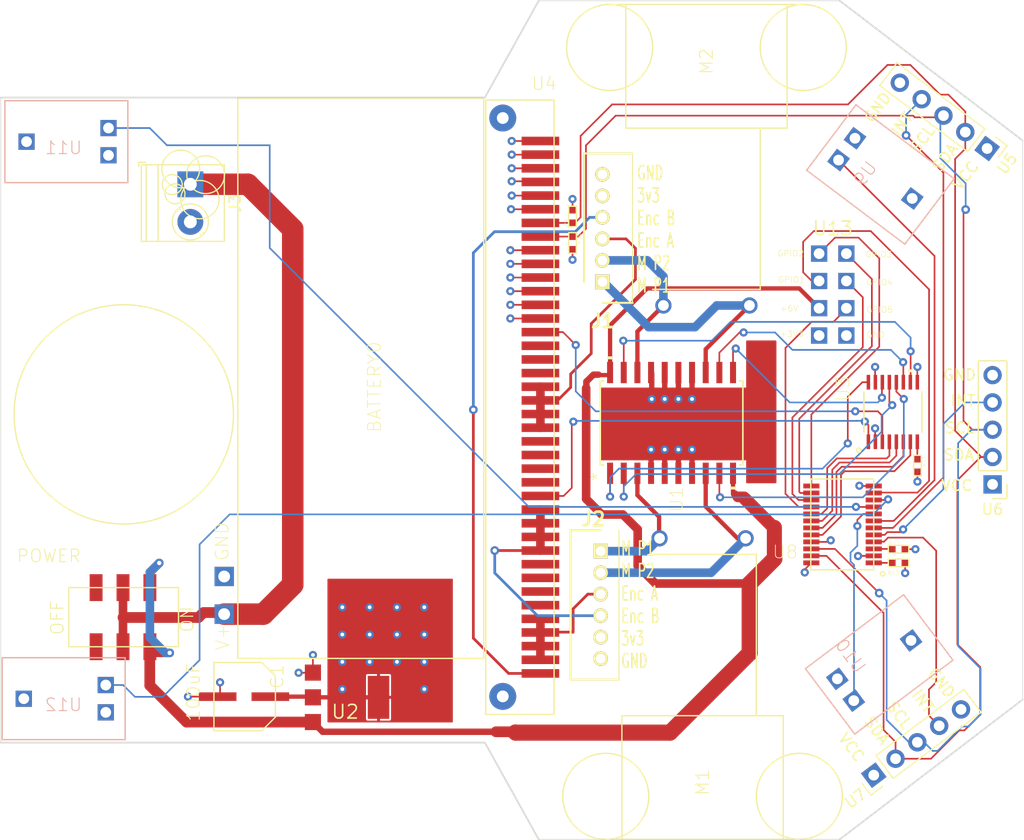
<source format=kicad_pcb>
(kicad_pcb (version 20171130) (host pcbnew "(5.1.4-0-10_14)")
  (layers (0 F.Cu signal) (31 B.Cu signal hide) (34 B.Paste user) (35 F.Paste user) (36 B.SilkS user) (37 F.SilkS user) (38 B.Mask user) (39 F.Mask user) (44 Edge.Cuts user))
  (net 0 "")
  (net 1 "Net-(BATTERY0-Pad+)")
  (net 2 "/MR_B")
  (net 3 "/MR_A")
  (net 4 "/MR2")
  (net 5 "GND")
  (net 6 "+3V3")
  (net 7 "+5V")
  (net 8 "/MR1")
  (net 9 "/SDA")
  (net 10 "/SCL")
  (net 11 "/ML_B")
  (net 12 "Net-(R12-PadP$1)")
  (net 13 "Net-(R13-PadP$1)")
  (net 14 "/IO1")
  (net 15 "/IO2")
  (net 16 "/IO3")
  (net 17 "/IO4")
  (net 18 "/IO5")
  (net 19 "Net-(U1-Pad1)")
  (net 20 "Net-(U1-Pad2)")
  (net 21 "Net-(U1-Pad9)")
  (net 22 "Net-(U1-Pad11)")
  (net 23 "Net-(U1-Pad12)")
  (net 24 "Net-(U1-Pad19)")
  (net 25 "Net-(U3-Pad1)")
  (net 26 "Net-(U3-Pad3)")
  (net 27 "/INPUT_1")
  (net 28 "/INPUT_2")
  (net 29 "/INPUT_3")
  (net 30 "/INPUT_4")
  (net 31 "/ML_A")
  (net 32 "/ML2")
  (net 33 "/ML1")
  (net 34 "Net-(R11-PadP$1)")
  (net 45 "/XS3")
  (net 46 "/XS2")
  (net 47 "/XS1")
  (net 48 "/NW")
  (net 49 "/NE")
  (net 50 "/SW")
  (net 51 "/SE")
  (module "SO-20" (layer "F.Cu") (at 163.3581 105.2686 90)
    (fp_text reference "U1" (at -8.3566 0.4445 90) (layer "F.SilkS") (effects (font (size 1.198372 1.198372) (thickness 0.071628)) (justify left)))
    (fp_text value "L293DD" hide)
    (fp_text user "*" (at -5.5118 -6.1468 90) (layer "F.SilkS") (effects (font (size 1.1938 1.1938) (thickness 0.0762)) (justify left bottom)))
    (pad "1" smd rect (at -4.6863 -5.715 90) (size 1.9812 0.5588) (layers "F.Cu" "F.Paste" "F.Mask") (net 19 "Net-(U1-Pad1)"))
    (pad "2" smd rect (at -4.6863 -4.445 90) (size 1.9812 0.5588) (layers "F.Cu" "F.Paste" "F.Mask") (net 20 "Net-(U1-Pad2)"))
    (pad "3" smd rect (at -4.6863 -3.175 90) (size 1.9812 0.5588) (layers "F.Cu" "F.Paste" "F.Mask") (net 33 "/ML1"))
    (pad "4" smd rect (at -4.6863 -1.905 90) (size 1.9812 0.5588) (layers "F.Cu" "F.Paste" "F.Mask") (net 5 "GND"))
    (pad "5" smd rect (at -4.6863 -0.635 90) (size 1.9812 0.5588) (layers "F.Cu" "F.Paste" "F.Mask") (net 5 "GND"))
    (pad "6" smd rect (at -4.6863 0.635 90) (size 1.9812 0.5588) (layers "F.Cu" "F.Paste" "F.Mask") (net 5 "GND"))
    (pad "7" smd rect (at -4.6863 1.905 90) (size 1.9812 0.5588) (layers "F.Cu" "F.Paste" "F.Mask") (net 5 "GND"))
    (pad "8" smd rect (at -4.6863 3.175 90) (size 1.9812 0.5588) (layers "F.Cu" "F.Paste" "F.Mask") (net 32 "/ML2"))
    (pad "9" smd rect (at -4.6863 4.445 90) (size 1.9812 0.5588) (layers "F.Cu" "F.Paste" "F.Mask") (net 21 "Net-(U1-Pad9)"))
    (pad "10" smd rect (at -4.6863 5.715 90) (size 1.9812 0.5588) (layers "F.Cu" "F.Paste" "F.Mask") (net 7 "+5V"))
    (pad "11" smd rect (at 4.6863 5.715 90) (size 1.9812 0.5588) (layers "F.Cu" "F.Paste" "F.Mask") (net 22 "Net-(U1-Pad11)"))
    (pad "12" smd rect (at 4.6863 4.445 90) (size 1.9812 0.5588) (layers "F.Cu" "F.Paste" "F.Mask") (net 23 "Net-(U1-Pad12)"))
    (pad "13" smd rect (at 4.6863 3.175 90) (size 1.9812 0.5588) (layers "F.Cu" "F.Paste" "F.Mask") (net 8 "/MR1"))
    (pad "14" smd rect (at 4.6863 1.905 90) (size 1.9812 0.5588) (layers "F.Cu" "F.Paste" "F.Mask") (net 5 "GND"))
    (pad "15" smd rect (at 4.6863 0.635 90) (size 1.9812 0.5588) (layers "F.Cu" "F.Paste" "F.Mask") (net 5 "GND"))
    (pad "16" smd rect (at 4.6863 -0.635 90) (size 1.9812 0.5588) (layers "F.Cu" "F.Paste" "F.Mask") (net 5 "GND"))
    (pad "17" smd rect (at 4.6863 -1.905 90) (size 1.9812 0.5588) (layers "F.Cu" "F.Paste" "F.Mask") (net 5 "GND"))
    (pad "18" smd rect (at 4.6863 -3.175 90) (size 1.9812 0.5588) (layers "F.Cu" "F.Paste" "F.Mask") (net 4 "/MR2"))
    (pad "19" smd rect (at 4.6863 -4.445 90) (size 1.9812 0.5588) (layers "F.Cu" "F.Paste" "F.Mask") (net 24 "Net-(U1-Pad19)"))
    (pad "20" smd rect (at 4.6863 -5.715 90) (size 1.9812 0.5588) (layers "F.Cu" "F.Paste" "F.Mask") (net 7 "+5V"))
  )
  (module "24-TSSOP" (layer "F.Cu") (at 182.1541 118.2861 180)
    (fp_text reference "U8" (at 6.985 1.016) (layer "F.SilkS") (effects (font (size 1.198372 1.198372) (thickness 0.071628)) (justify right)))
    (fp_text value "TCA9539PWR" hide)
    (pad "1" smd rect (at 0 0 180) (size 1.5 0.45) (layers "F.Cu" "F.Paste" "F.Mask") (net 13 "Net-(R13-PadP$1)"))
    (pad "2" smd rect (at 0 0.65 180) (size 1.5 0.45) (layers "F.Cu" "F.Paste" "F.Mask") (net 5 "GND"))
    (pad "3" smd rect (at 0 1.3 180) (size 1.5 0.45) (layers "F.Cu" "F.Paste" "F.Mask") (net 12 "Net-(R12-PadP$1)"))
    (pad "4" smd rect (at 0 1.95 180) (size 1.5 0.45) (layers "F.Cu" "F.Paste" "F.Mask") (net 47 "/XS1"))
    (pad "5" smd rect (at 0 2.6 180) (size 1.5 0.45) (layers "F.Cu" "F.Paste" "F.Mask") (net 46 "/XS2"))
    (pad "6" smd rect (at 0 3.25 180) (size 1.5 0.45) (layers "F.Cu" "F.Paste" "F.Mask") (net 45 "/XS3"))
    (pad "7" smd rect (at 0 3.9 180) (size 1.5 0.45) (layers "F.Cu" "F.Paste" "F.Mask") (net 48 "/NW"))
    (pad "8" smd rect (at 0 4.55 180) (size 1.5 0.45) (layers "F.Cu" "F.Paste" "F.Mask") (net 49 "/NE"))
    (pad "9" smd rect (at 0 5.2 180) (size 1.5 0.45) (layers "F.Cu" "F.Paste" "F.Mask") (net 50 "/SW"))
    (pad "10" smd rect (at 0 5.85 180) (size 1.5 0.45) (layers "F.Cu" "F.Paste" "F.Mask") (net 51 "/SE"))
    (pad "11" smd rect (at 0 6.5 180) (size 1.5 0.45) (layers "F.Cu" "F.Paste" "F.Mask") (net 14 "/IO1"))
    (pad "12" smd rect (at 0 7.15 180) (size 1.5 0.45) (layers "F.Cu" "F.Paste" "F.Mask") (net 5 "GND"))
    (pad "13" smd rect (at 5.8 7.15 180) (size 1.5 0.45) (layers "F.Cu" "F.Paste" "F.Mask") (net 15 "/IO2"))
    (pad "14" smd rect (at 5.8 6.5 180) (size 1.5 0.45) (layers "F.Cu" "F.Paste" "F.Mask") (net 16 "/IO3"))
    (pad "15" smd rect (at 5.8 5.85 180) (size 1.5 0.45) (layers "F.Cu" "F.Paste" "F.Mask") (net 17 "/IO4"))
    (pad "16" smd rect (at 5.8 5.2 180) (size 1.5 0.45) (layers "F.Cu" "F.Paste" "F.Mask") (net 18 "/IO5"))
    (pad "17" smd rect (at 5.8 4.55 180) (size 1.5 0.45) (layers "F.Cu" "F.Paste" "F.Mask") (net 27 "/INPUT_1"))
    (pad "18" smd rect (at 5.8 3.9 180) (size 1.5 0.45) (layers "F.Cu" "F.Paste" "F.Mask") (net 28 "/INPUT_2"))
    (pad "19" smd rect (at 5.8 3.25 180) (size 1.5 0.45) (layers "F.Cu" "F.Paste" "F.Mask") (net 29 "/INPUT_3"))
    (pad "20" smd rect (at 5.8 2.6 180) (size 1.5 0.45) (layers "F.Cu" "F.Paste" "F.Mask") (net 30 "/INPUT_4"))
    (pad "21" smd rect (at 5.8 1.95 180) (size 1.5 0.45) (layers "F.Cu" "F.Paste" "F.Mask") (net 5 "GND"))
    (pad "22" smd rect (at 5.8 1.3 180) (size 1.5 0.45) (layers "F.Cu" "F.Paste" "F.Mask") (net 10 "/SCL"))
    (pad "23" smd rect (at 5.8 0.65 180) (size 1.5 0.45) (layers "F.Cu" "F.Paste" "F.Mask") (net 9 "/SDA"))
    (pad "24" smd rect (at 5.8 0 180) (size 1.5 0.45) (layers "F.Cu" "F.Paste" "F.Mask") (net 6 "+3V3"))
  )
  (module "" (layer "F.Cu") (at 103.5411 86.7836)
    (fp_text reference "@HOLE0" hide)
    (fp_text value "" (at 0 0) (layer "F.SilkS") (effects (font (size 1.27 1.27))))
    (pad "" np_thru_hole circle (at 0 0) (size 3.5 3.5) (drill 3.5) (layers *.Cu *.Mask))
  )
  (module "Connector_PinHeader_2.54mm:PinHeader_1x05_P2.54mm_Vertical" (layer "F.Cu") (at 182.1541 138.0346 127)
    (fp_text reference "U7" (at -0.717817 -2.662157 37) (layer "F.SilkS"))
    (fp_text value "VL53L1X Left")
    (fp_text user "SCL" (at 3.048 5.2578 307 unlocked) (layer "F.SilkS"))
    (fp_text user "INT" (at 2.7432 7.7978 307 unlocked) (layer "F.SilkS"))
    (fp_text user "VCC" (at 3.3274 -0.1016 307 unlocked) (layer "F.SilkS"))
    (fp_text user "SDA" (at 3.1496 2.7432 307 unlocked) (layer "F.SilkS"))
    (fp_text user "GND" (at 3.0734 10.1854 307 unlocked) (layer "F.SilkS"))
    (pad "1" thru_hole rect (at 0 0 127) (size 1.7 1.7) (drill 1) (layers *.Cu *.Mask) (net 6 "+3V3"))
    (pad "2" thru_hole oval (at 0 2.54 127) (size 1.7 1.7) (drill 1) (layers *.Cu *.Mask) (net 9 "/SDA"))
    (pad "3" thru_hole oval (at 0 5.08 127) (size 1.7 1.7) (drill 1) (layers *.Cu *.Mask) (net 10 "/SCL"))
    (pad "4" thru_hole oval (at 0 7.62 127) (size 1.7 1.7) (drill 1) (layers *.Cu *.Mask) (net 47 "/XS1"))
    (pad "5" thru_hole oval (at 0 10.16 127) (size 1.7 1.7) (drill 1) (layers *.Cu *.Mask) (net 5 "GND"))
  )
  (module "" (layer "F.Cu") (at 103.5411 123.2236)
    (fp_text reference "@HOLE1" hide)
    (fp_text value "" (at 0 0) (layer "F.SilkS") (effects (font (size 1.27 1.27))))
    (pad "" np_thru_hole circle (at 0 0) (size 3.5 3.5) (drill 3.5) (layers *.Cu *.Mask))
  )
  (module "TerminalBlock_Phoenix:TerminalBlock_Phoenix_PT-1,5-2-3.5-H_1x02_P3.50mm_Horizontal" (layer "F.Cu") (at 118.62 83.07 -90)
    (fp_text reference "J3" (at 1.75 -4.16 90) (layer "F.SilkS"))
    (fp_text value "Screw_Terminal_01x02")
    (pad "1" thru_hole rect (at 0 0 270) (size 2.4 2.4) (drill 1.2) (layers *.Cu *.Mask) (net 1 "Net-(BATTERY0-Pad+)"))
    (pad "2" thru_hole circle (at 3.5 0 270) (size 2.4 2.4) (drill 1.2) (layers *.Cu *.Mask) (net 5 "GND"))
  )
  (module "Connector_PinHeader_2.54mm:PinHeader_1x05_P2.54mm_Vertical" (layer "F.Cu") (at 192.6951 79.7416 -127)
    (fp_text reference "U5" (at 0 -2.33 -127) (layer "F.SilkS"))
    (fp_text value "VL53L1X Right")
    (fp_text user "SDA" (at 3.015674 2.592199 53 unlocked) (layer "F.SilkS"))
    (fp_text user "VCC" (at 3.205947 0.06976 53 unlocked) (layer "F.SilkS"))
    (fp_text user "GND" (at 3.065444 10.418106 53 unlocked) (layer "F.SilkS"))
    (fp_text user "SCL" (at 2.931873 5.322396 53 unlocked) (layer "F.SilkS"))
    (fp_text user "INT" (at 2.951214 7.674358 53 unlocked) (layer "F.SilkS"))
    (pad "1" thru_hole rect (at 0 0 233) (size 1.7 1.7) (drill 1) (layers *.Cu *.Mask) (net 6 "+3V3"))
    (pad "2" thru_hole oval (at 0 2.54 233) (size 1.7 1.7) (drill 1) (layers *.Cu *.Mask) (net 9 "/SDA"))
    (pad "3" thru_hole oval (at 0 5.08 233) (size 1.7 1.7) (drill 1) (layers *.Cu *.Mask) (net 10 "/SCL"))
    (pad "4" thru_hole oval (at 0 7.62 233) (size 1.7 1.7) (drill 1) (layers *.Cu *.Mask) (net 45 "/XS3"))
    (pad "5" thru_hole oval (at 0 10.16 233) (size 1.7 1.7) (drill 1) (layers *.Cu *.Mask) (net 5 "GND"))
  )
  (module "SamacSys_Parts:SHDR6W50P0X200_1X6_1390X450X600P" (layer "F.Cu") (at 156.93 92.15 -90)
    (fp_text reference "J1" (at 3.63 -0.04 180) (layer "F.SilkS") (effects (font (size 1.27 1.27) (thickness 0.254))))
    (fp_text value "Right Motor" hide)
    (pad "1" thru_hole rect (at 0 0) (size 1.35 1.35) (drill 0.9) (layers *.Cu *.Mask "F.SilkS") (net 8 "/MR1"))
    (pad "2" thru_hole circle (at -2 0) (size 1.35 1.35) (drill 0.9) (layers *.Cu *.Mask "F.SilkS") (net 4 "/MR2"))
    (pad "3" thru_hole circle (at -4 0) (size 1.35 1.35) (drill 0.9) (layers *.Cu *.Mask "F.SilkS") (net 3 "/MR_A"))
    (pad "4" thru_hole circle (at -6 0) (size 1.35 1.35) (drill 0.9) (layers *.Cu *.Mask "F.SilkS") (net 2 "/MR_B"))
    (pad "5" thru_hole circle (at -8 0) (size 1.35 1.35) (drill 0.9) (layers *.Cu *.Mask "F.SilkS") (net 6 "+3V3"))
    (pad "6" thru_hole circle (at -10 0) (size 1.35 1.35) (drill 0.9) (layers *.Cu *.Mask "F.SilkS") (net 5 "GND"))
  )
  (module "N20-MOTOR-BRACKET" (layer "F.Cu") (at 157.2411 140.0036 90)
    (fp_text reference "M1" (at 0 9 90) (layer "F.SilkS") (effects (font (size 1.176528 1.176528) (thickness 0.093472)) (justify left)))
    (fp_text value "N20_MOTOR" hide)
    (pad "" np_thru_hole circle (at 0 0 90) (size 2.5 2.5) (drill 2.5) (layers *.Cu *.Mask))
    (pad "" np_thru_hole circle (at 0 18 90) (size 2.5 2.5) (drill 2.5) (layers *.Cu *.Mask))
    (pad "1" thru_hole circle (at 24 5 90) (size 1.508 1.508) (drill 1) (layers *.Cu *.Mask) (net 33 "/ML1"))
    (pad "2" thru_hole circle (at 24 13 90) (size 1.508 1.508) (drill 1) (layers *.Cu *.Mask) (net 32 "/ML2"))
  )
  (module "RES_0402" (layer "F.Cu") (at 154.1506 87.9331 -90)
    (fp_text reference "R10" (at -0.3582 -0.597 90) (layer "F.SilkS") (effects (font (size 0.37056 0.37056) (thickness 0.02944)) (justify right)))
    (fp_text value "10k" hide)
    (pad "P$1" smd rect (at 0 0 270) (size 0.635 0.61) (layers "F.Cu" "F.Paste" "F.Mask") (net 10 "/SCL"))
    (pad "P$2" smd rect (at 1.194 0 270) (size 0.635 0.61) (layers "F.Cu" "F.Paste" "F.Mask") (net 6 "+3V3"))
  )
  (module "Connector_PinHeader_2.54mm:PinHeader_1x05_P2.54mm_Vertical" (layer "F.Cu") (at 193.2031 110.9836 180)
    (fp_text reference "U6" (at 0 -2.33 180) (layer "F.SilkS"))
    (fp_text value "VL53L1X Center")
    (fp_text user "GND" (at 3.0734 10.1854 unlocked) (layer "F.SilkS"))
    (fp_text user "SDA" (at 3.1496 2.7432 unlocked) (layer "F.SilkS"))
    (fp_text user "INT" (at 2.7432 7.7978 unlocked) (layer "F.SilkS"))
    (fp_text user "SCL" (at 3.048 5.2578 unlocked) (layer "F.SilkS"))
    (fp_text user "VCC" (at 3.3274 -0.1016 unlocked) (layer "F.SilkS"))
    (pad "1" thru_hole rect (at 0 0 180) (size 1.7 1.7) (drill 1) (layers *.Cu *.Mask) (net 6 "+3V3"))
    (pad "2" thru_hole oval (at 0 2.54 180) (size 1.7 1.7) (drill 1) (layers *.Cu *.Mask) (net 9 "/SDA"))
    (pad "3" thru_hole oval (at 0 5.08 180) (size 1.7 1.7) (drill 1) (layers *.Cu *.Mask) (net 10 "/SCL"))
    (pad "4" thru_hole oval (at 0 7.62 180) (size 1.7 1.7) (drill 1) (layers *.Cu *.Mask) (net 46 "/XS2"))
    (pad "5" thru_hole oval (at 0 10.16 180) (size 1.7 1.7) (drill 1) (layers *.Cu *.Mask) (net 5 "GND"))
  )
  (module "RES_0402" (layer "F.Cu") (at 183.8686 118.2861)
    (fp_text reference "R13" (at -0.4217 0.927) (layer "F.SilkS") (effects (font (size 0.37056 0.37056) (thickness 0.02944)) (justify left)))
    (fp_text value "10k" hide)
    (pad "P$1" smd rect (at 0 0) (size 0.635 0.61) (layers "F.Cu" "F.Paste" "F.Mask") (net 13 "Net-(R13-PadP$1)"))
    (pad "P$2" smd rect (at 1.194 0) (size 0.635 0.61) (layers "F.Cu" "F.Paste" "F.Mask") (net 6 "+3V3"))
  )
  (module "SamacSys_Parts:SHDR6W50P0X200_1X6_1390X450X600P" (layer "F.Cu") (at 156.77 117.2 90)
    (fp_text reference "J2" (at 2.98 -0.68 180) (layer "F.SilkS") (effects (font (size 1.27 1.27) (thickness 0.254))))
    (fp_text value "Left Motor" hide)
    (pad "1" thru_hole rect (at 0 0 180) (size 1.35 1.35) (drill 0.9) (layers *.Cu *.Mask "F.SilkS") (net 33 "/ML1"))
    (pad "2" thru_hole circle (at -2 0 180) (size 1.35 1.35) (drill 0.9) (layers *.Cu *.Mask "F.SilkS") (net 32 "/ML2"))
    (pad "3" thru_hole circle (at -4 0 180) (size 1.35 1.35) (drill 0.9) (layers *.Cu *.Mask "F.SilkS") (net 31 "/ML_A"))
    (pad "4" thru_hole circle (at -6 0 180) (size 1.35 1.35) (drill 0.9) (layers *.Cu *.Mask "F.SilkS") (net 11 "/ML_B"))
    (pad "5" thru_hole circle (at -8 0 180) (size 1.35 1.35) (drill 0.9) (layers *.Cu *.Mask "F.SilkS") (net 6 "+3V3"))
    (pad "6" thru_hole circle (at -10 0 180) (size 1.35 1.35) (drill 0.9) (layers *.Cu *.Mask "F.SilkS") (net 5 "GND"))
  )
  (module "CYCLONE_MICROBIT_VERTICAL" (layer "F.Cu") (at 151.1661 79.0431 -90)
    (fp_text reference "U4" (at -5.334 -1.5875) (layer "F.SilkS") (effects (font (size 1.176528 1.176528) (thickness 0.093472)) (justify right)))
    (fp_text value "BBC Micro:bit" hide)
    (pad "1" thru_hole circle (at -2.135 3.5 270) (size 2.5 2.5) (drill 1.1) (layers *.Cu *.Mask))
    (pad "2" thru_hole circle (at 51.665 3.5 270) (size 2.5 2.5) (drill 1.1) (layers *.Cu *.Mask))
    (pad "3.3V@9" smd rect (at 10.16 0) (size 3.5 0.8) (layers "F.Cu" "F.Paste" "F.Mask") (net 6 "+3V3"))
    (pad "3.3V@10" smd rect (at 11.43 0) (size 3.5 0.8) (layers "F.Cu" "F.Paste" "F.Mask") (net 6 "+3V3"))
    (pad "3.3V@11" smd rect (at 12.7 0) (size 3.5 0.8) (layers "F.Cu" "F.Paste" "F.Mask") (net 6 "+3V3"))
    (pad "3.3V@12" smd rect (at 13.97 0) (size 3.5 0.8) (layers "F.Cu" "F.Paste" "F.Mask") (net 6 "+3V3"))
    (pad "3.3V@13" smd rect (at 15.24 0) (size 3.5 0.8) (layers "F.Cu" "F.Paste" "F.Mask") (net 6 "+3V3"))
    (pad "3.3V@14" smd rect (at 16.51 0) (size 3.5 0.8) (layers "F.Cu" "F.Paste" "F.Mask") (net 6 "+3V3"))
    (pad "GND@1" smd rect (at 0 0) (size 3.5 0.8) (layers "F.Cu" "F.Paste" "F.Mask") (net 5 "GND"))
    (pad "GND@2" smd rect (at 1.27 0) (size 3.5 0.8) (layers "F.Cu" "F.Paste" "F.Mask") (net 5 "GND"))
    (pad "GND@3" smd rect (at 2.54 0) (size 3.5 0.8) (layers "F.Cu" "F.Paste" "F.Mask") (net 5 "GND"))
    (pad "GND@4" smd rect (at 3.81 0) (size 3.5 0.8) (layers "F.Cu" "F.Paste" "F.Mask") (net 5 "GND"))
    (pad "GND@5" smd rect (at 5.08 0) (size 3.5 0.8) (layers "F.Cu" "F.Paste" "F.Mask") (net 5 "GND"))
    (pad "GND@6" smd rect (at 6.35 0) (size 3.5 0.8) (layers "F.Cu" "F.Paste" "F.Mask") (net 5 "GND"))
    (pad "P0_ANALOG_IN@36" smd rect (at 44.45 0) (size 3.5 0.8) (layers "F.Cu" "F.Paste" "F.Mask") (net 31 "/ML_A"))
    (pad "P0_ANALOG_IN@37" smd rect (at 45.72 0) (size 3.5 0.8) (layers "F.Cu" "F.Paste" "F.Mask") (net 31 "/ML_A"))
    (pad "P0_ANALOG_IN@38" smd rect (at 46.99 0) (size 3.5 0.8) (layers "F.Cu" "F.Paste" "F.Mask") (net 31 "/ML_A"))
    (pad "P0_ANALOG_IN@39" smd rect (at 48.26 0) (size 3.5 0.8) (layers "F.Cu" "F.Paste" "F.Mask") (net 31 "/ML_A"))
    (pad "P1_ANALOG_IN@28" smd rect (at 34.29 0) (size 3.5 0.8) (layers "F.Cu" "F.Paste" "F.Mask") (net 11 "/ML_B"))
    (pad "P1_ANALOG_IN@29" smd rect (at 35.56 0) (size 3.5 0.8) (layers "F.Cu" "F.Paste" "F.Mask") (net 11 "/ML_B"))
    (pad "P1_ANALOG_IN@30" smd rect (at 36.83 0) (size 3.5 0.8) (layers "F.Cu" "F.Paste" "F.Mask") (net 11 "/ML_B"))
    (pad "P1_ANALOG_IN@31" smd rect (at 38.1 0) (size 3.5 0.8) (layers "F.Cu" "F.Paste" "F.Mask") (net 11 "/ML_B"))
    (pad "P2_ANALOG_IN@19" smd rect (at 22.86 0) (size 3.5 0.8) (layers "F.Cu" "F.Paste" "F.Mask") (net 3 "/MR_A"))
    (pad "P2_ANALOG_IN@20" smd rect (at 24.13 0) (size 3.5 0.8) (layers "F.Cu" "F.Paste" "F.Mask") (net 3 "/MR_A"))
    (pad "P2_ANALOG_IN@21" smd rect (at 25.4 0) (size 3.5 0.8) (layers "F.Cu" "F.Paste" "F.Mask") (net 3 "/MR_A"))
    (pad "P2_ANALOG_IN@22" smd rect (at 26.67 0) (size 3.5 0.8) (layers "F.Cu" "F.Paste" "F.Mask") (net 3 "/MR_A"))
    (pad "P3_LED_COL_1_ANALOG_IN" smd rect (at 49.53 0) (size 3.5 0.8) (layers "F.Cu" "F.Paste" "F.Mask") (net 2 "/MR_B"))
    (pad "P4_LED_COL_2_ANALOG_IN" smd rect (at 43.18 0) (size 3.5 0.8) (layers "F.Cu" "F.Paste" "F.Mask"))
    (pad "P5_BUTTON_A" smd rect (at 41.91 0) (size 3.5 0.8) (layers "F.Cu" "F.Paste" "F.Mask"))
    (pad "P6_LED_COL_9" smd rect (at 40.64 0) (size 3.5 0.8) (layers "F.Cu" "F.Paste" "F.Mask"))
    (pad "P7_LED_COL8" smd rect (at 39.37 0) (size 3.5 0.8) (layers "F.Cu" "F.Paste" "F.Mask"))
    (pad "P8" smd rect (at 33.02 0) (size 3.5 0.8) (layers "F.Cu" "F.Paste" "F.Mask") (net 25 "Net-(U3-Pad1)"))
    (pad "P9_LED_COL_7" smd rect (at 31.75 0) (size 3.5 0.8) (layers "F.Cu" "F.Paste" "F.Mask"))
    (pad "P10_LED_COL_3_ANALOG_IN" smd rect (at 30.48 0) (size 3.5 0.8) (layers "F.Cu" "F.Paste" "F.Mask"))
    (pad "P11_BUTTON_B" smd rect (at 29.21 0) (size 3.5 0.8) (layers "F.Cu" "F.Paste" "F.Mask"))
    (pad "P13_SCK" smd rect (at 21.59 0) (size 3.5 0.8) (layers "F.Cu" "F.Paste" "F.Mask"))
    (pad "P14_MISO" smd rect (at 20.32 0) (size 3.5 0.8) (layers "F.Cu" "F.Paste" "F.Mask"))
    (pad "P15_MOSI" smd rect (at 19.05 0) (size 3.5 0.8) (layers "F.Cu" "F.Paste" "F.Mask"))
    (pad "P16" smd rect (at 17.78 0) (size 3.5 0.8) (layers "F.Cu" "F.Paste" "F.Mask") (net 26 "Net-(U3-Pad3)"))
    (pad "P20_SDA" smd rect (at 7.62 0) (size 3.5 0.8) (layers "F.Cu" "F.Paste" "F.Mask") (net 9 "/SDA"))
    (pad "P21_SCL" smd rect (at 8.89 0) (size 3.5 0.8) (layers "F.Cu" "F.Paste" "F.Mask") (net 10 "/SCL"))
    (pad "RESERVED" smd rect (at 27.94 0) (size 3.5 0.8) (layers "F.Cu" "F.Paste" "F.Mask"))
  )
  (module "N20-MOTOR-BRACKET" (layer "F.Cu") (at 175.6011 70.3436 -90)
    (fp_text reference "M2" (at 0 9 90) (layer "F.SilkS") (effects (font (size 1.176528 1.176528) (thickness 0.093472)) (justify right)))
    (fp_text value "N20_MOTOR" hide)
    (pad "" np_thru_hole circle (at 0 18 270) (size 2.5 2.5) (drill 2.5) (layers *.Cu *.Mask))
    (pad "" np_thru_hole circle (at 0 0 270) (size 2.5 2.5) (drill 2.5) (layers *.Cu *.Mask))
    (pad "1" thru_hole circle (at 24 5 270) (size 1.508 1.508) (drill 1) (layers *.Cu *.Mask) (net 8 "/MR1"))
    (pad "2" thru_hole circle (at 24 13 270) (size 1.508 1.508) (drill 1) (layers *.Cu *.Mask) (net 4 "/MR2"))
  )
  (module "" (layer "F.Cu") (at 193.0011 118.2236)
    (fp_text reference "@HOLE3" hide)
    (fp_text value "" (at 0 0) (layer "F.SilkS") (effects (font (size 1.27 1.27))))
    (pad "" np_thru_hole circle (at 0 0) (size 3.5 3.5) (drill 3.5) (layers *.Cu *.Mask))
  )
  (module "RES_0402" (layer "F.Cu") (at 154.1506 86.6631 90)
    (fp_text reference "R9" (at -0.3582 -0.597 90) (layer "F.SilkS") (effects (font (size 0.37056 0.37056) (thickness 0.02944)) (justify left)))
    (fp_text value "10k" hide)
    (pad "P$1" smd rect (at 0 0 90) (size 0.635 0.61) (layers "F.Cu" "F.Paste" "F.Mask") (net 9 "/SDA"))
    (pad "P$2" smd rect (at 1.194 0 90) (size 0.635 0.61) (layers "F.Cu" "F.Paste" "F.Mask") (net 6 "+3V3"))
  )
  (module "ALUMINUM_WURTH_100UF_865080243007" (layer "F.Cu") (at 125.2581 130.7321 -90)
    (fp_text reference "C1" (at -3.0635 -1.4285 90) (layer "F.SilkS") (effects (font (size 1.176528 1.176528) (thickness 0.093472)) (justify right)))
    (fp_text value "100uF" (at -3.175 6.35 90) (layer "F.SilkS") (effects (font (size 1.176528 1.176528) (thickness 0.093472)) (justify right)))
    (pad "+" smd rect (at 0 -0.8) (size 3.5 0.8) (layers "F.Cu" "F.Paste" "F.Mask") (net 6 "+3V3"))
    (pad "-" smd rect (at 0 4.1) (size 3.5 0.8) (layers "F.Cu" "F.Paste" "F.Mask") (net 5 "GND"))
  )
  (module "PW16-L" (layer "F.Cu") (at 183.9321 104.2526 90)
    (fp_text reference "U3" (at 0.9026 -4.6221 90) (layer "F.SilkS") (effects (font (size 1.198372 1.198372) (thickness 0.071628)) (justify left)))
    (fp_text value "TXB0106PWRPW16-L" hide)
    (pad "1" smd rect (at -2.7694 -2.275 90) (size 1.3652 0.3248) (layers "F.Cu" "F.Paste" "F.Mask") (net 25 "Net-(U3-Pad1)"))
    (pad "2" smd rect (at -2.7694 -1.625 90) (size 1.3652 0.3248) (layers "F.Cu" "F.Paste" "F.Mask") (net 6 "+3V3"))
    (pad "3" smd rect (at -2.7694 -0.975 90) (size 1.3652 0.3248) (layers "F.Cu" "F.Paste" "F.Mask") (net 26 "Net-(U3-Pad3)"))
    (pad "4" smd rect (at -2.7694 -0.325 90) (size 1.3652 0.3248) (layers "F.Cu" "F.Paste" "F.Mask") (net 27 "/INPUT_1"))
    (pad "5" smd rect (at -2.7694 0.324996 90) (size 1.3652 0.3248) (layers "F.Cu" "F.Paste" "F.Mask") (net 28 "/INPUT_2"))
    (pad "6" smd rect (at -2.7694 0.975 90) (size 1.3652 0.3248) (layers "F.Cu" "F.Paste" "F.Mask") (net 29 "/INPUT_3"))
    (pad "7" smd rect (at -2.7694 1.624996 90) (size 1.3652 0.3248) (layers "F.Cu" "F.Paste" "F.Mask") (net 30 "/INPUT_4"))
    (pad "8" smd rect (at -2.7694 2.275 90) (size 1.3652 0.3248) (layers "F.Cu" "F.Paste" "F.Mask") (net 34 "Net-(R11-PadP$1)"))
    (pad "9" smd rect (at 2.7694 2.275 90) (size 1.3652 0.3248) (layers "F.Cu" "F.Paste" "F.Mask") (net 5 "GND"))
    (pad "10" smd rect (at 2.7694 1.625 90) (size 1.3652 0.3248) (layers "F.Cu" "F.Paste" "F.Mask") (net 24 "Net-(U1-Pad19)"))
    (pad "11" smd rect (at 2.7694 0.975 90) (size 1.3652 0.3248) (layers "F.Cu" "F.Paste" "F.Mask") (net 23 "Net-(U1-Pad12)"))
    (pad "12" smd rect (at 2.7694 0.325 90) (size 1.3652 0.3248) (layers "F.Cu" "F.Paste" "F.Mask") (net 21 "Net-(U1-Pad9)"))
    (pad "13" smd rect (at 2.7694 -0.324996 90) (size 1.3652 0.3248) (layers "F.Cu" "F.Paste" "F.Mask") (net 20 "Net-(U1-Pad2)"))
    (pad "14" smd rect (at 2.7694 -0.975 90) (size 1.3652 0.3248) (layers "F.Cu" "F.Paste" "F.Mask") (net 22 "Net-(U1-Pad11)"))
    (pad "15" smd rect (at 2.7694 -1.624996 90) (size 1.3652 0.3248) (layers "F.Cu" "F.Paste" "F.Mask") (net 7 "+5V"))
    (pad "16" smd rect (at 2.7694 -2.275 90) (size 1.3652 0.3248) (layers "F.Cu" "F.Paste" "F.Mask") (net 19 "Net-(U1-Pad1)"))
  )
  (module "CASTER" (layer "F.Cu") (at 112.4311 94.4736)
    (fp_text reference "U$1" hide)
    (fp_text value "CASTER" hide)
    (pad "" np_thru_hole circle (at 0 22) (size 2.5 2.5) (drill 2.5) (layers *.Cu *.Mask))
    (pad "" np_thru_hole circle (at 0 -2) (size 2.5 2.5) (drill 2.5) (layers *.Cu *.Mask))
    (pad "" np_thru_hole circle (at 0 10.08) (size 20 20) (drill 20) (layers *.Cu *.Mask))
  )
  (module "RES_0402" (layer "F.Cu") (at 183.8686 117.0161)
    (fp_text reference "R12" (at -0.381 -0.508) (layer "F.SilkS") (effects (font (size 0.37056 0.37056) (thickness 0.02944)) (justify left)))
    (fp_text value "10k" hide)
    (pad "P$1" smd rect (at 0 0) (size 0.635 0.61) (layers "F.Cu" "F.Paste" "F.Mask") (net 12 "Net-(R12-PadP$1)"))
    (pad "P$2" smd rect (at 1.194 0) (size 0.635 0.61) (layers "F.Cu" "F.Paste" "F.Mask") (net 6 "+3V3"))
  )
  (module "SUMO_IO" (layer "F.Cu") (at 177.0741 97.1406 90)
    (fp_text reference "U13" (at 9.9606 1.2759 180) (layer "F.SilkS") (effects (font (size 1.27 1.27))))
    (fp_text value "SUMO_IO" hide)
    (fp_text user "+3V3" (at -0.1694 -3.6841 180) (layer "F.SilkS") (effects (font (size 0.552 0.552) (thickness 0.048)) (justify left bottom)))
    (fp_text user "GPIO5" (at 2.0806 4.3559 180) (layer "F.SilkS") (effects (font (size 0.552 0.552) (thickness 0.048)) (justify left bottom)))
    (fp_text user "GPIO1" (at 4.8706 -3.8441 180) (layer "F.SilkS") (effects (font (size 0.552 0.552) (thickness 0.048)) (justify left bottom)))
    (fp_text user "GPIO3" (at 7.2306 4.2959 180) (layer "F.SilkS") (effects (font (size 0.552 0.552) (thickness 0.048)) (justify left bottom)))
    (fp_text user "GND" (at -0.2394 4.3859 180) (layer "F.SilkS") (effects (font (size 0.552 0.552) (thickness 0.048)) (justify left bottom)))
    (fp_text user "GPIO4" (at 4.6306 4.3559 180) (layer "F.SilkS") (effects (font (size 0.552 0.552) (thickness 0.048)) (justify left bottom)))
    (fp_text user "GPIO2" (at 7.3206 -3.9041 180) (layer "F.SilkS") (effects (font (size 0.552 0.552) (thickness 0.048)) (justify left bottom)))
    (fp_text user "+6V" (at 2.1906 -3.6541 180) (layer "F.SilkS") (effects (font (size 0.552 0.552) (thickness 0.048)) (justify left bottom)))
    (pad "3V3" thru_hole rect (at 0 0 90) (size 1.508 1.508) (drill 1) (layers *.Cu *.Mask) (net 6 "+3V3"))
    (pad "6V" thru_hole rect (at 2.54 0 90) (size 1.508 1.508) (drill 1) (layers *.Cu *.Mask) (net 7 "+5V"))
    (pad "GND" thru_hole rect (at 0 2.54 90) (size 1.508 1.508) (drill 1) (layers *.Cu *.Mask) (net 5 "GND"))
    (pad "GPIO1" thru_hole rect (at 5.08 0 90) (size 1.508 1.508) (drill 1) (layers *.Cu *.Mask) (net 14 "/IO1"))
    (pad "GPIO2" thru_hole rect (at 7.62 0 90) (size 1.508 1.508) (drill 1) (layers *.Cu *.Mask) (net 15 "/IO2"))
    (pad "GPIO3" thru_hole rect (at 7.62 2.54 90) (size 1.508 1.508) (drill 1) (layers *.Cu *.Mask) (net 16 "/IO3"))
    (pad "GPIO4" thru_hole rect (at 5.08 2.54 90) (size 1.508 1.508) (drill 1) (layers *.Cu *.Mask) (net 17 "/IO4"))
    (pad "GPIO5" thru_hole rect (at 2.54 2.54 90) (size 1.508 1.508) (drill 1) (layers *.Cu *.Mask) (net 18 "/IO5"))
  )
  (module "" (layer "F.Cu") (at 193.0011 91.7836)
    (fp_text reference "@HOLE2" hide)
    (fp_text value "" (at 0 0) (layer "F.SilkS") (effects (font (size 1.27 1.27))))
    (pad "" np_thru_hole circle (at 0 0) (size 3.5 3.5) (drill 3.5) (layers *.Cu *.Mask))
  )
  (module "SOT-223" (layer "F.Cu") (at 136.1166 130.7956 -90)
    (fp_text reference "U2" (at 1.3444 3.0966) (layer "F.SilkS") (effects (font (size 1.27 1.27))))
    (fp_text value "LM1117" hide)
    (pad "GND" smd rect (at -2.3 6.1 270) (size 1.5 1.5) (layers "F.Cu" "F.Paste" "F.Mask") (net 5 "GND"))
    (pad "P$2" smd rect (at 0 6.1 270) (size 1.5 1.5) (layers "F.Cu" "F.Paste" "F.Mask") (net 6 "+3V3"))
    (pad "VIN" smd rect (at 2.3 6.1 270) (size 1.5 1.5) (layers "F.Cu" "F.Paste" "F.Mask") (net 7 "+5V"))
    (pad "VOUT$1" smd rect (at 0 0 270) (size 4 2) (layers "F.Cu" "F.Paste" "F.Mask") (net 6 "+3V3"))
  )
  (module "SWITCH_JS202011SCQN" (layer "F.Cu") (at 109.86 126.09 90)
    (fp_text reference "S1" hide)
    (fp_text value "POWER" (at 8.4455 -1.3335) (layer "F.SilkS") (effects (font (size 1.176528 1.176528) (thickness 0.093472)) (justify right)))
    (fp_text user "OFF" (at 1.016 -2.921 90) (layer "F.SilkS") (effects (font (size 1.1684 1.1684) (thickness 0.1016)) (justify left bottom)))
    (fp_text user "ON" (at 1.27 9.144 90) (layer "F.SilkS") (effects (font (size 1.1684 1.1684) (thickness 0.1016)) (justify left bottom)))
    (pad "1" smd rect (at 0 0 90) (size 2.5 1.2) (layers "F.Cu" "F.Paste" "F.Mask"))
    (pad "2" smd rect (at 0 2.5 90) (size 2.5 1.2) (layers "F.Cu" "F.Paste" "F.Mask") (net 1 "Net-(BATTERY0-Pad+)"))
    (pad "3" smd rect (at 0 5 90) (size 2.5 1.2) (layers "F.Cu" "F.Paste" "F.Mask") (net 7 "+5V"))
    (pad "4" smd rect (at 5.5 0 90) (size 2.5 1.2) (layers "F.Cu" "F.Paste" "F.Mask"))
    (pad "5" smd rect (at 5.5 2.5 90) (size 2.5 1.2) (layers "F.Cu" "F.Paste" "F.Mask") (net 1 "Net-(BATTERY0-Pad+)"))
    (pad "6" smd rect (at 5.5 5 90) (size 2.5 1.2) (layers "F.Cu" "F.Paste" "F.Mask") (net 7 "+5V"))
  )
  (module "BATTERY_HOLDER_AAA_2X2" (layer "F.Cu") (at 145.8956 127.1761 90)
    (fp_text reference "BATTERY0" (at 20.955 -10.16 90) (layer "F.SilkS") (effects (font (size 1.198372 1.198372) (thickness 0.071628)) (justify left)))
    (fp_text value "BATTERY_HOLDER_AAA_2X2" hide)
    (fp_text user "V+" (at 0.6858 -23.5712 90) (layer "F.SilkS") (effects (font (size 1.1938 1.1938) (thickness 0.0762)) (justify left bottom)))
    (fp_text user "GND" (at 9.017 -23.622 90) (layer "F.SilkS") (effects (font (size 1.1938 1.1938) (thickness 0.0762)) (justify left bottom)))
    (pad "+" thru_hole rect (at 4.12 -24.13 90) (size 1.8 1.8) (drill 1.1) (layers *.Cu *.Mask) (net 1 "Net-(BATTERY0-Pad+)"))
    (pad "-" thru_hole rect (at 7.62 -24.13 90) (size 1.8 1.8) (drill 1.1) (layers *.Cu *.Mask) (net 5 "GND"))
  )
  (module "RES_0402" (layer "F.Cu") (at 186.2181 108.6341 -90)
    (fp_text reference "R11" (at -0.3582 -0.597 90) (layer "F.SilkS") (effects (font (size 0.37056 0.37056) (thickness 0.02944)) (justify right)))
    (fp_text value "10k" hide)
    (pad "P$1" smd rect (at 0 0 270) (size 0.635 0.61) (layers "F.Cu" "F.Paste" "F.Mask") (net 34 "Net-(R11-PadP$1)"))
    (pad "P$2" smd rect (at 1.194 0 270) (size 0.635 0.61) (layers "F.Cu" "F.Paste" "F.Mask") (net 6 "+3V3"))
  )
  (module "QRE1113_MODULE" (layer "B.Cu") (at 180.5031 75.6776 -37)
    (fp_text reference "U9" (at 4.54671 3.349123 53) (layer "B.SilkS") (effects (font (size 1.176528 1.176528) (thickness 0.093472)) (justify left mirror)))
    (fp_text value "NW" hide)
    (pad "+3V3" thru_hole rect (at 1.8 2.54 323) (size 1.508 1.508) (drill 1) (layers *.Cu *.Mask) (net 6 "+3V3"))
    (pad "GND" thru_hole rect (at 9.42 3.81 323) (size 1.508 1.508) (drill 1) (layers *.Cu *.Mask) (net 5 "GND"))
    (pad "SIGNAL" thru_hole rect (at 1.8 5.08 323) (size 1.508 1.508) (drill 1) (layers *.Cu *.Mask) (net 48 "/NW"))
  )
  (module "QRE1113_MODULE" (layer "B.Cu") (at 175.8041 128.1286 37)
    (fp_text reference "U10" (at 4.063837 3.368092 127) (layer "B.SilkS") (effects (font (size 1.176528 1.176528) (thickness 0.093472)) (justify left mirror)))
    (fp_text value "NE" hide)
    (pad "+3V3" thru_hole rect (at 1.8 2.54 37) (size 1.508 1.508) (drill 1) (layers *.Cu *.Mask) (net 6 "+3V3"))
    (pad "GND" thru_hole rect (at 9.42 3.81 37) (size 1.508 1.508) (drill 1) (layers *.Cu *.Mask) (net 5 "GND"))
    (pad "SIGNAL" thru_hole rect (at 1.8 5.08 37) (size 1.508 1.508) (drill 1) (layers *.Cu *.Mask) (net 49 "/NE"))
  )
  (module "QRE1113_MODULE" (layer "B.Cu") (at 112.8121 82.9166 180)
    (fp_text reference "U11" (at 4.191 3.2385) (layer "B.SilkS") (effects (font (size 1.176528 1.176528) (thickness 0.093472)) (justify left mirror)))
    (fp_text value "SW" hide)
    (pad "+3V3" thru_hole rect (at 1.8 2.54 180) (size 1.508 1.508) (drill 1) (layers *.Cu *.Mask) (net 6 "+3V3"))
    (pad "GND" thru_hole rect (at 9.42 3.81 180) (size 1.508 1.508) (drill 1) (layers *.Cu *.Mask) (net 5 "GND"))
    (pad "SIGNAL" thru_hole rect (at 1.8 5.08 180) (size 1.508 1.508) (drill 1) (layers *.Cu *.Mask) (net 50 "/SW"))
  )
  (module "QRE1113_MODULE" (layer "B.Cu") (at 112.5581 134.7326 180)
    (fp_text reference "U12" (at 3.937 3.2385) (layer "B.SilkS") (effects (font (size 1.176528 1.176528) (thickness 0.093472)) (justify left mirror)))
    (fp_text value "SE" hide)
    (pad "+3V3" thru_hole rect (at 1.8 2.54 180) (size 1.508 1.508) (drill 1) (layers *.Cu *.Mask) (net 6 "+3V3"))
    (pad "GND" thru_hole rect (at 9.42 3.81 180) (size 1.508 1.508) (drill 1) (layers *.Cu *.Mask) (net 5 "GND"))
    (pad "SIGNAL" thru_hole rect (at 1.8 5.08 180) (size 1.508 1.508) (drill 1) (layers *.Cu *.Mask) (net 51 "/SE"))
  )
  (gr_line (start 101.0011 135.0036) (end 146.0011 135.0036) (layer "Edge.Cuts") (width 0.1524))
  (gr_line (start 146.0011 135.0036) (end 151.0011 144.0036) (layer "Edge.Cuts") (width 0.1524))
  (gr_line (start 146.0011 75.0036) (end 101.0011 75.0036) (layer "Edge.Cuts") (width 0.1524))
  (gr_line (start 179.0011 144.0036) (end 196.0011 131.0036) (layer "Edge.Cuts") (width 0.1524))
  (gr_line (start 196.0011 131.0036) (end 196.0011 79.0036) (layer "Edge.Cuts") (width 0.05))
  (gr_line (start 179.0011 66.0036) (end 151.0011 66.0036) (layer "Edge.Cuts") (width 0.05))
  (gr_line (start 101.0011 75.0036) (end 101.0011 135.0036) (layer "Edge.Cuts") (width 0.05))
  (gr_line (start 179.0011 66.0036) (end 196.0011 79.0036) (layer "Edge.Cuts") (width 0.1524))
  (gr_line (start 146.0011 75.0036) (end 151.0011 66.0036) (layer "Edge.Cuts") (width 0.1524))
  (gr_line (start 151.0011 144.0036) (end 179.0011 144.0036) (layer "Edge.Cuts") (width 0.05))
  (gr_text "GND\n3v3\nEnc B\nEnc A\nM P2\nM P1" (at 160.05 87.26) (layer "F.SilkS") (effects (font (size 1.3 0.8)) (justify left)))
  (gr_text "M P1\nM P2\nEnc A\nEnc B\n3v3\nGND" (at 158.58 122.19) (layer "F.SilkS") (effects (font (size 1.3 0.8)) (justify left)))
  (segment (start 121.7656 123.0561) (end 121.6195 122.91) (width 0.9) (layer "F.Cu") (net 1))
  (segment (start 118.62 83.07) (end 123.97 83.07) (width 2) (layer "F.Cu") (net 1))
  (segment (start 125.4039 123.0561) (end 121.7656 123.0561) (width 2) (layer "F.Cu") (net 1))
  (segment (start 128.14 120.32) (end 125.4039 123.0561) (width 2) (layer "F.Cu") (net 1))
  (segment (start 112.36 123.37) (end 112.36 120.59) (width 0.8) (layer "F.Cu") (net 1))
  (segment (start 119.38 123.37) (end 119.84 122.91) (width 1) (layer "F.Cu") (net 1))
  (segment (start 123.97 83.07) (end 128.14 87.24) (width 2) (layer "F.Cu") (net 1))
  (segment (start 128.14 87.24) (end 128.14 120.32) (width 2) (layer "F.Cu") (net 1))
  (segment (start 121.6195 122.91) (end 119.84 122.91) (width 1) (layer "F.Cu") (net 1))
  (segment (start 112.36 123.37) (end 119.38 123.37) (width 1) (layer "F.Cu") (net 1))
  (segment (start 112.36 126.09) (end 112.36 123.37) (width 0.8) (layer "F.Cu") (net 1))
  (segment (start 144.93 104.04) (end 144.93 125.29) (width 0.254) (layer "F.Cu") (net 2))
  (segment (start 148.2131 128.5731) (end 151.1661 128.5731) (width 0.254) (layer "F.Cu") (net 2))
  (segment (start 144.93 125.29) (end 148.2131 128.5731) (width 0.254) (layer "F.Cu") (net 2))
  (segment (start 144.93 89.45) (end 146.9 87.48) (width 0.254) (layer "B.Cu") (net 2))
  (segment (start 154.41 87.48) (end 149.68 87.48) (width 0.25) (layer "B.Cu") (net 2))
  (segment (start 156.93 86.15) (end 155.74 86.15) (width 0.25) (layer "B.Cu") (net 2))
  (segment (start 155.74 86.15) (end 154.41 87.48) (width 0.25) (layer "B.Cu") (net 2))
  (segment (start 146.9 87.48) (end 149.68 87.48) (width 0.254) (layer "B.Cu") (net 2))
  (segment (start 144.93 104.04) (end 144.93 89.45) (width 0.254) (layer "B.Cu") (net 2))
  (segment (start 155.89 96.03) (end 155.89 98.81) (width 0.254) (layer "F.Cu") (net 3))
  (segment (start 151.1661 105.7131) (end 151.1661 104.4431) (width 0.8) (layer "F.Cu") (net 3))
  (segment (start 156.93 88.15) (end 159.13 88.15) (width 0.25) (layer "F.Cu") (net 3))
  (segment (start 152.7669 103.1731) (end 151.1661 103.1731) (width 0.254) (layer "F.Cu") (net 3))
  (segment (start 159.13 88.15) (end 160 89.02) (width 0.25) (layer "F.Cu") (net 3))
  (segment (start 151.1661 104.4431) (end 151.1661 103.1731) (width 0.8) (layer "F.Cu") (net 3))
  (segment (start 151.1661 103.1731) (end 151.1661 101.9031) (width 0.8) (layer "F.Cu") (net 3))
  (segment (start 153.98 100.72) (end 153.98 101.96) (width 0.254) (layer "F.Cu") (net 3))
  (segment (start 160 91.92) (end 155.89 96.03) (width 0.254) (layer "F.Cu") (net 3))
  (segment (start 155.89 98.81) (end 153.98 100.72) (width 0.254) (layer "F.Cu") (net 3))
  (segment (start 153.98 101.96) (end 152.7669 103.1731) (width 0.254) (layer "F.Cu") (net 3))
  (segment (start 160 89.02) (end 160 91.92) (width 0.254) (layer "F.Cu") (net 3))
  (segment (start 160.1831 96.7616) (end 162.6011 94.3436) (width 0.4) (layer "F.Cu") (net 4))
  (segment (start 160.1831 100.5823) (end 160.1831 96.7616) (width 0.4) (layer "F.Cu") (net 4))
  (segment (start 161.11 90.15) (end 162.6011 91.6411) (width 0.8) (layer "B.Cu") (net 4))
  (segment (start 156.93 90.15) (end 161.11 90.15) (width 0.8) (layer "B.Cu") (net 4))
  (segment (start 162.6011 91.6411) (end 162.6011 94.3436) (width 0.8) (layer "B.Cu") (net 4))
  (segment (start 151.1661 84.1231) (end 148.4991 84.1231) (width 0.1524) (layer "F.Cu") (net 5))
  (segment (start 151.1026 82.7896) (end 148.4991 82.7896) (width 0.1524) (layer "F.Cu") (net 5))
  (segment (start 151.1661 82.8531) (end 151.1026 82.7896) (width 0.1524) (layer "F.Cu") (net 5))
  (segment (start 180.7086 117.6361) (end 180.6936 117.6511) (width 0.1524) (layer "F.Cu") (net 5))
  (segment (start 162.7231 100.5823) (end 162.7231 103.0461) (width 0.5) (layer "F.Cu") (net 5))
  (segment (start 165.2631 100.5823) (end 165.2631 103.0461) (width 0.5) (layer "F.Cu") (net 5))
  (segment (start 121.3846 129.3986) (end 121.3846 130.5056) (width 0.1524) (layer "F.Cu") (net 5))
  (segment (start 151.1661 81.5831) (end 148.4991 81.5831) (width 0.1524) (layer "F.Cu") (net 5))
  (segment (start 121.3846 130.5056) (end 121.1581 130.7321) (width 0.1524) (layer "F.Cu") (net 5))
  (segment (start 161.4531 109.9549) (end 161.4531 107.7451) (width 0.5) (layer "F.Cu") (net 5))
  (segment (start 162.7231 109.9549) (end 162.7231 107.7451) (width 0.5) (layer "F.Cu") (net 5))
  (segment (start 130.0166 126.8626) (end 130.0206 126.8586) (width 0.1524) (layer "F.Cu") (net 5))
  (segment (start 151.1661 85.3931) (end 148.4356 85.3931) (width 0.1524) (layer "F.Cu") (net 5))
  (segment (start 151.1661 79.0431) (end 148.4991 79.0431) (width 0.1524) (layer "F.Cu") (net 5))
  (segment (start 163.9931 100.5823) (end 163.9931 103.0461) (width 0.5) (layer "F.Cu") (net 5))
  (segment (start 161.4531 100.5823) (end 161.5166 100.6458) (width 0.1524) (layer "F.Cu") (net 5))
  (segment (start 186.2071 101.4832) (end 186.2071 100.0726) (width 0.1524) (layer "F.Cu") (net 5))
  (segment (start 182.1541 117.6361) (end 180.7086 117.6361) (width 0.1524) (layer "F.Cu") (net 5))
  (segment (start 163.9931 109.9549) (end 163.9931 107.7451) (width 0.5) (layer "F.Cu") (net 5))
  (segment (start 176.3541 116.3361) (end 178.0081 116.3361) (width 0.1524) (layer "F.Cu") (net 5))
  (segment (start 182.1541 111.1361) (end 180.8461 111.1361) (width 0.1524) (layer "F.Cu") (net 5))
  (segment (start 151.1661 80.3131) (end 148.4991 80.3131) (width 0.1524) (layer "F.Cu") (net 5))
  (segment (start 121.1581 130.7321) (end 118.4001 130.7321) (width 0.1524) (layer "F.Cu") (net 5))
  (segment (start 161.5166 100.6458) (end 161.5166 103.0461) (width 0.5) (layer "F.Cu") (net 5))
  (segment (start 165.2631 109.9549) (end 165.2631 107.7451) (width 0.5) (layer "F.Cu") (net 5))
  (segment (start 178.0081 116.3361) (end 178.1536 116.1906) (width 0.1524) (layer "F.Cu") (net 5))
  (segment (start 186.2071 100.0726) (end 186.2181 100.0616) (width 0.1524) (layer "F.Cu") (net 5))
  (segment (start 130.0026 128.5096) (end 130.0166 128.4956) (width 0.1524) (layer "F.Cu") (net 5))
  (segment (start 128.6871 128.5096) (end 130.0026 128.5096) (width 0.1524) (layer "F.Cu") (net 5))
  (segment (start 130.0166 128.4956) (end 130.0166 126.8626) (width 0.1524) (layer "F.Cu") (net 5))
  (segment (start 180.8461 111.1361) (end 180.8206 111.1106) (width 0.1524) (layer "F.Cu") (net 5))
  (segment (start 182.2811 106.996) (end 182.2811 105.7766) (width 0.1524) (layer "F.Cu") (net 6))
  (segment (start 151.1661 95.5531) (end 148.3721 95.5531) (width 0.1524) (layer "F.Cu") (net 6))
  (segment (start 151.1661 93.0131) (end 148.3721 93.0131) (width 0.1524) (layer "F.Cu") (net 6))
  (segment (start 151.1661 89.2031) (end 148.3721 89.2031) (width 0.1524) (layer "F.Cu") (net 6))
  (segment (start 186.2181 109.8281) (end 186.2181 110.7296) (width 0.1524) (layer "F.Cu") (net 6))
  (segment (start 154.1506 89.1271) (end 154.1506 90.0921) (width 0.1524) (layer "F.Cu") (net 6))
  (segment (start 185.0751 118.2986) (end 185.0751 119.2386) (width 0.1524) (layer "F.Cu") (net 6))
  (segment (start 182.3071 107.022) (end 182.2811 106.996) (width 0.1524) (layer "F.Cu") (net 6))
  (segment (start 185.0626 117.0161) (end 186.0276 117.0161) (width 0.1524) (layer "F.Cu") (net 6))
  (segment (start 151.1661 91.7431) (end 148.3721 91.7431) (width 0.1524) (layer "F.Cu") (net 6))
  (segment (start 185.0626 118.2861) (end 185.0751 118.2986) (width 0.1524) (layer "F.Cu") (net 6))
  (segment (start 130.0166 130.7956) (end 136.1166 130.7956) (width 0.4) (layer "F.Cu") (net 6))
  (segment (start 175.7406 118.8996) (end 175.7406 119.1751) (width 0.1524) (layer "F.Cu") (net 6))
  (segment (start 129.9531 130.7321) (end 126.0581 130.7321) (width 0.4) (layer "F.Cu") (net 6))
  (segment (start 151.1661 90.4731) (end 148.3721 90.4731) (width 0.1524) (layer "F.Cu") (net 6))
  (segment (start 176.3541 118.2861) (end 175.7406 118.8996) (width 0.1524) (layer "F.Cu") (net 6))
  (segment (start 154.1506 85.4691) (end 154.1506 84.4406) (width 0.1524) (layer "F.Cu") (net 6))
  (segment (start 151.1661 94.2831) (end 148.3721 94.2831) (width 0.1524) (layer "F.Cu") (net 6))
  (segment (start 129.9531 130.7321) (end 130.0166 130.7956) (width 0.1524) (layer "F.Cu") (net 6))
  (segment (start 160.21 115.17) (end 160.21 118.56) (width 0.8) (layer "F.Cu") (net 7))
  (segment (start 157.6431 100.5823) (end 157.4018 100.8236) (width 0.1524) (layer "F.Cu") (net 7))
  (segment (start 161.86 120.21) (end 170.62 120.21) (width 0.8) (layer "F.Cu") (net 7))
  (segment (start 148.77 134) (end 147.03 134) (width 1) (layer "F.Cu") (net 7))
  (segment (start 163.22 134.08) (end 170.62 126.68) (width 1.5) (layer "F.Cu") (net 7))
  (segment (start 130.0166 133.0956) (end 130.5412 133.6202) (width 0.1524) (layer "F.Cu") (net 7))
  (segment (start 157.4018 100.8236) (end 156.7364 100.8236) (width 0.4) (layer "F.Cu") (net 7))
  (segment (start 114.86 119.62) (end 114.86 119.17) (width 0.8) (layer "F.Cu") (net 7))
  (segment (start 114.85 129.69) (end 114.85 126.1) (width 1) (layer "F.Cu") (net 7))
  (segment (start 130.0166 133.0956) (end 118.2556 133.0956) (width 1) (layer "F.Cu") (net 7))
  (segment (start 170.62 126.68) (end 170.62 120.21) (width 1.5) (layer "F.Cu") (net 7))
  (segment (start 148.85 134.06) (end 148.87 134.08) (width 1.5) (layer "F.Cu") (net 7))
  (segment (start 169.0731 111.7331) (end 169.22 111.88) (width 0.4) (layer "F.Cu") (net 7))
  (segment (start 161.0809 92.7591) (end 157.6431 96.1969) (width 0.4) (layer "F.Cu") (net 7))
  (segment (start 169.0731 109.9549) (end 169.0731 111.7331) (width 0.4) (layer "F.Cu") (net 7))
  (segment (start 172.9169 117.9131) (end 172.9169 114.9869) (width 1.4) (layer "F.Cu") (net 7))
  (segment (start 130.5412 133.6202) (end 130.921 134) (width 0.6) (layer "F.Cu") (net 7))
  (segment (start 130.921 134) (end 147.03 134) (width 0.6) (layer "F.Cu") (net 7))
  (segment (start 169.22 111.88) (end 169.4331 112.0931) (width 0.7) (layer "F.Cu") (net 7))
  (segment (start 160.21 118.56) (end 161.86 120.21) (width 0.8) (layer "F.Cu") (net 7))
  (segment (start 172.9938 115.1438) (end 170.21 112.36) (width 1.2) (layer "F.Cu") (net 7))
  (segment (start 155.44 101.42) (end 155.44 101.96) (width 0.6) (layer "F.Cu") (net 7))
  (segment (start 114.86 119.17) (end 115.73 118.3) (width 0.8) (layer "F.Cu") (net 7))
  (segment (start 182.2811 101.457197) (end 182.2811 100.0616) (width 0.1524) (layer "F.Cu") (net 7))
  (segment (start 114.85 126.66) (end 114.85 129.69) (width 0.8) (layer "F.Cu") (net 7))
  (segment (start 156.87 113.79) (end 158.83 113.79) (width 0.8) (layer "F.Cu") (net 7))
  (segment (start 114.85 126.1) (end 114.86 126.09) (width 1) (layer "F.Cu") (net 7))
  (segment (start 170.62 120.21) (end 172.9169 117.9131) (width 1.5) (layer "F.Cu") (net 7))
  (segment (start 177.0741 94.6006) (end 175.2326 92.7591) (width 0.4) (layer "F.Cu") (net 7))
  (segment (start 118.2556 133.0956) (end 114.85 129.69) (width 1) (layer "F.Cu") (net 7))
  (segment (start 169.525 112.15) (end 170.115 112.15) (width 1) (layer "F.Cu") (net 7))
  (segment (start 114.86 120.59) (end 114.86 119.62) (width 0.8) (layer "F.Cu") (net 7))
  (segment (start 155.42 112.34) (end 156.87 113.79) (width 0.8) (layer "F.Cu") (net 7))
  (segment (start 156.084575 100.785425) (end 155.455425 101.414575) (width 0.6) (layer "F.Cu") (net 7))
  (segment (start 116.7 126.66) (end 114.85 126.66) (width 0.8) (layer "F.Cu") (net 7))
  (segment (start 148.87 134.08) (end 163.22 134.08) (width 1.5) (layer "F.Cu") (net 7))
  (segment (start 155.42 102.04) (end 155.42 112.34) (width 0.8) (layer "F.Cu") (net 7))
  (segment (start 182.307103 101.4832) (end 182.2811 101.457197) (width 0.1524) (layer "F.Cu") (net 7))
  (segment (start 158.83 113.79) (end 160.21 115.17) (width 0.8) (layer "F.Cu") (net 7))
  (segment (start 175.2326 92.7591) (end 161.0809 92.7591) (width 0.4) (layer "F.Cu") (net 7))
  (segment (start 157.6431 96.1969) (end 157.6431 100.5823) (width 0.4) (layer "F.Cu") (net 7))
  (segment (start 156.56915 100.78085) (end 156.13915 100.78085) (width 0.6) (layer "F.Cu") (net 7))
  (segment (start 114.86 119.17) (end 114.86 125.23) (width 0.8) (layer "B.Cu") (net 7))
  (segment (start 114.86 125.23) (end 116.29 126.66) (width 0.8) (layer "B.Cu") (net 7))
  (segment (start 116.29 126.66) (end 116.7 126.66) (width 0.8) (layer "B.Cu") (net 7))
  (segment (start 115.73 118.3) (end 114.86 119.17) (width 0.8) (layer "B.Cu") (net 7))
  (segment (start 166.5331 100.5823) (end 166.5331 98.4116) (width 0.4) (layer "F.Cu") (net 8))
  (segment (start 166.5331 98.4116) (end 170.6011 94.3436) (width 0.4) (layer "F.Cu") (net 8))
  (segment (start 167.5564 94.3436) (end 170.6011 94.3436) (width 0.8) (layer "B.Cu") (net 8))
  (segment (start 161.23 96.36) (end 165.54 96.36) (width 0.8) (layer "B.Cu") (net 8))
  (segment (start 156.93 92.15) (end 157.02 92.15) (width 0.8) (layer "B.Cu") (net 8))
  (segment (start 157.02 92.15) (end 161.23 96.36) (width 0.8) (layer "B.Cu") (net 8))
  (segment (start 165.54 96.36) (end 167.5564 94.3436) (width 0.8) (layer "B.Cu") (net 8))
  (segment (start 190.666566 79.763434) (end 189.72 80.71) (width 0.1524) (layer "F.Cu") (net 9))
  (segment (start 190.11 133.87) (end 187.47401 136.50599) (width 0.1524) (layer "F.Cu") (net 9))
  (segment (start 154.9 86.14) (end 154.9 78.57) (width 0.1524) (layer "F.Cu") (net 9))
  (segment (start 176.3541 117.6361) (end 177.7576 117.6361) (width 0.1524) (layer "F.Cu") (net 9))
  (segment (start 184.182634 134.942634) (end 184.182634 136.50599) (width 0.1524) (layer "F.Cu") (net 9))
  (segment (start 154.9 78.57) (end 157.83 75.64) (width 0.1524) (layer "F.Cu") (net 9))
  (segment (start 190.666566 78.21299) (end 190.666566 79.763434) (width 0.1524) (layer "F.Cu") (net 9))
  (segment (start 154.1506 86.6631) (end 154.3769 86.6631) (width 0.1524) (layer "F.Cu") (net 9))
  (segment (start 190.666566 76.306566) (end 190.666566 78.21299) (width 0.1524) (layer "F.Cu") (net 9))
  (segment (start 183.07 133.83) (end 184.182634 134.942634) (width 0.1524) (layer "F.Cu") (net 9))
  (segment (start 181.13075 121.00925) (end 183.07 122.9485) (width 0.1524) (layer "F.Cu") (net 9))
  (segment (start 192.1636 108.4436) (end 193.2031 108.4436) (width 0.1524) (layer "F.Cu") (net 9))
  (segment (start 189.72 106) (end 192.1636 108.4436) (width 0.1524) (layer "F.Cu") (net 9))
  (segment (start 183.07 122.9485) (end 183.07 133.83) (width 0.1524) (layer "F.Cu") (net 9))
  (segment (start 187.47401 136.50599) (end 184.182634 136.50599) (width 0.1524) (layer "F.Cu") (net 9))
  (segment (start 189.09 74.73) (end 190.666566 76.306566) (width 0.1524) (layer "F.Cu") (net 9))
  (segment (start 189.93 110.6) (end 189.93 125.86) (width 0.1524) (layer "F.Cu") (net 9))
  (segment (start 183.43 71.97) (end 185.56 71.97) (width 0.1524) (layer "F.Cu") (net 9))
  (segment (start 190.58 133.87) (end 190.11 133.87) (width 0.1524) (layer "F.Cu") (net 9))
  (segment (start 189.93 125.86) (end 192.04 127.97) (width 0.1524) (layer "F.Cu") (net 9))
  (segment (start 177.7576 117.6361) (end 181.13075 121.00925) (width 0.1524) (layer "F.Cu") (net 9))
  (segment (start 192.04 132.41) (end 190.58 133.87) (width 0.1524) (layer "F.Cu") (net 9))
  (segment (start 189.72 80.71) (end 189.72 106) (width 0.1524) (layer "F.Cu") (net 9))
  (segment (start 151.1661 86.6631) (end 154.1506 86.6631) (width 0.1524) (layer "F.Cu") (net 9))
  (segment (start 192.0864 108.4436) (end 189.93 110.6) (width 0.1524) (layer "F.Cu") (net 9))
  (segment (start 193.2031 108.4436) (end 192.0864 108.4436) (width 0.1524) (layer "F.Cu") (net 9))
  (segment (start 188.32 74.73) (end 189.09 74.73) (width 0.1524) (layer "F.Cu") (net 9))
  (segment (start 185.56 71.97) (end 188.32 74.73) (width 0.1524) (layer "F.Cu") (net 9))
  (segment (start 192.04 127.97) (end 192.04 132.41) (width 0.1524) (layer "F.Cu") (net 9))
  (segment (start 179.76 75.64) (end 183.43 71.97) (width 0.1524) (layer "F.Cu") (net 9))
  (segment (start 157.83 75.64) (end 179.76 75.64) (width 0.1524) (layer "F.Cu") (net 9))
  (segment (start 154.3769 86.6631) (end 154.9 86.14) (width 0.1524) (layer "F.Cu") (net 9))
  (segment (start 155.4 79.45) (end 158.165618 76.684382) (width 0.1524) (layer "F.Cu") (net 10))
  (segment (start 190.7 85.42) (end 190.5 85.62) (width 0.1524) (layer "F.Cu") (net 10))
  (segment (start 178.5461 116.9861) (end 182.66 121.1) (width 0.1524) (layer "F.Cu") (net 10))
  (segment (start 176.3541 116.9861) (end 178.5461 116.9861) (width 0.1524) (layer "F.Cu") (net 10))
  (segment (start 185.814382 76.684382) (end 185.97 76.84) (width 0.1524) (layer "F.Cu") (net 10))
  (segment (start 155.4 87.2062) (end 155.4 79.45) (width 0.1524) (layer "F.Cu") (net 10))
  (segment (start 190.5 85.62) (end 190.5 105.08) (width 0.1524) (layer "F.Cu") (net 10))
  (segment (start 158.165618 76.684382) (end 185.814382 76.684382) (width 0.1524) (layer "F.Cu") (net 10))
  (segment (start 188.482412 76.84) (end 188.638032 76.68438) (width 0.1524) (layer "F.Cu") (net 10))
  (segment (start 190.5 105.08) (end 191.3236 105.9036) (width 0.1524) (layer "F.Cu") (net 10))
  (segment (start 185.97 76.84) (end 188.482412 76.84) (width 0.1524) (layer "F.Cu") (net 10))
  (segment (start 154.6731 87.9331) (end 155.4 87.2062) (width 0.1524) (layer "F.Cu") (net 10))
  (segment (start 191.3236 105.9036) (end 193.2031 105.9036) (width 0.1524) (layer "F.Cu") (net 10))
  (segment (start 154.1506 87.9331) (end 154.6731 87.9331) (width 0.1524) (layer "F.Cu") (net 10))
  (segment (start 151.1661 87.9331) (end 154.1506 87.9331) (width 0.1524) (layer "F.Cu") (net 10))
  (segment (start 188.35 80.64) (end 188.35 76.972412) (width 0.1524) (layer "B.Cu") (net 10))
  (segment (start 190 126.03) (end 190 107.15) (width 0.1524) (layer "B.Cu") (net 10))
  (segment (start 187.64 135.78) (end 188.09 135.78) (width 0.1524) (layer "B.Cu") (net 10))
  (segment (start 190.36 133.51) (end 190.99 133.51) (width 0.1524) (layer "B.Cu") (net 10))
  (segment (start 190.7 82.99) (end 188.35 80.64) (width 0.1524) (layer "B.Cu") (net 10))
  (segment (start 191.2464 105.9036) (end 193.2031 105.9036) (width 0.1524) (layer "B.Cu") (net 10))
  (segment (start 192.09 132.39) (end 192.09 128.12) (width 0.1524) (layer "B.Cu") (net 10))
  (segment (start 182.66 121.1) (end 183.35 121.79) (width 0.1524) (layer "B.Cu") (net 10))
  (segment (start 188.35 76.972412) (end 188.638032 76.68438) (width 0.1524) (layer "B.Cu") (net 10))
  (segment (start 185.43738 134.97738) (end 186.211168 134.97738) (width 0.1524) (layer "B.Cu") (net 10))
  (segment (start 190.99 133.51) (end 190.98 133.5) (width 0.1524) (layer "B.Cu") (net 10))
  (segment (start 190.98 133.5) (end 192.09 132.39) (width 0.1524) (layer "B.Cu") (net 10))
  (segment (start 190 107.15) (end 191.2464 105.9036) (width 0.1524) (layer "B.Cu") (net 10))
  (segment (start 188.09 135.78) (end 190.36 133.51) (width 0.1524) (layer "B.Cu") (net 10))
  (segment (start 183.35 121.79) (end 183.35 132.89) (width 0.1524) (layer "B.Cu") (net 10))
  (segment (start 186.211168 134.97738) (end 186.83738 134.97738) (width 0.1524) (layer "B.Cu") (net 10))
  (segment (start 190.7 85.42) (end 190.7 82.99) (width 0.1524) (layer "B.Cu") (net 10))
  (segment (start 192.09 128.12) (end 190 126.03) (width 0.1524) (layer "B.Cu") (net 10))
  (segment (start 183.35 132.89) (end 185.43738 134.97738) (width 0.1524) (layer "B.Cu") (net 10))
  (segment (start 186.83738 134.97738) (end 187.64 135.78) (width 0.1524) (layer "B.Cu") (net 10))
  (segment (start 151.1661 117.1431) (end 151.1661 115.8731) (width 0.8) (layer "F.Cu") (net 11))
  (segment (start 151.163 117.14) (end 151.1661 117.1431) (width 0.254) (layer "F.Cu") (net 11))
  (segment (start 151.1661 115.8731) (end 151.1661 114.6031) (width 0.8) (layer "F.Cu") (net 11))
  (segment (start 146.92 117.14) (end 151.163 117.14) (width 0.254) (layer "F.Cu") (net 11))
  (segment (start 151.1661 114.6031) (end 151.1661 113.3331) (width 0.8) (layer "F.Cu") (net 11))
  (segment (start 156.77 123.2) (end 150.89 123.2) (width 0.25) (layer "B.Cu") (net 11))
  (segment (start 146.92 119.23) (end 146.92 117.14) (width 0.254) (layer "B.Cu") (net 11))
  (segment (start 150.89 123.2) (end 146.92 119.23) (width 0.25) (layer "B.Cu") (net 11))
  (segment (start 183.8386 116.9861) (end 183.8686 117.0161) (width 0.1524) (layer "F.Cu") (net 12))
  (segment (start 182.1541 116.9861) (end 183.8386 116.9861) (width 0.1524) (layer "F.Cu") (net 12))
  (segment (start 182.1541 118.2861) (end 183.8686 118.2861) (width 0.1524) (layer "F.Cu") (net 13))
  (segment (start 176.59 87.42) (end 181.87 87.42) (width 0.1524) (layer "F.Cu") (net 14))
  (segment (start 187.2976 92.8476) (end 187.2976 110.6661) (width 0.1524) (layer "F.Cu") (net 14))
  (segment (start 186.2181 111.7456) (end 182.1946 111.7456) (width 0.1524) (layer "F.Cu") (net 14))
  (segment (start 182.1946 111.7456) (end 182.1541 111.7861) (width 0.1524) (layer "F.Cu") (net 14))
  (segment (start 177.0741 92.0606) (end 176.3906 92.0606) (width 0.1524) (layer "F.Cu") (net 14))
  (segment (start 187.2976 110.6661) (end 186.2181 111.7456) (width 0.1524) (layer "F.Cu") (net 14))
  (segment (start 175.59 88.42) (end 176.59 87.42) (width 0.1524) (layer "F.Cu") (net 14))
  (segment (start 181.87 87.42) (end 187.2976 92.8476) (width 0.1524) (layer "F.Cu") (net 14))
  (segment (start 175.59 91.26) (end 175.59 88.42) (width 0.1524) (layer "F.Cu") (net 14))
  (segment (start 176.3906 92.0606) (end 175.59 91.26) (width 0.1524) (layer "F.Cu") (net 14))
  (segment (start 182.67 89.96) (end 180.74 88.03) (width 0.1524) (layer "F.Cu") (net 15))
  (segment (start 176.3541 104.4859) (end 182.67 98.17) (width 0.1524) (layer "F.Cu") (net 15))
  (segment (start 178.5647 88.03) (end 177.0741 89.5206) (width 0.1524) (layer "F.Cu") (net 15))
  (segment (start 180.74 88.03) (end 178.5647 88.03) (width 0.1524) (layer "F.Cu") (net 15))
  (segment (start 176.3541 111.1361) (end 176.3541 104.4859) (width 0.1524) (layer "F.Cu") (net 15))
  (segment (start 182.67 98.17) (end 182.67 89.96) (width 0.1524) (layer "F.Cu") (net 15))
  (segment (start 175.3366 111.7861) (end 175.2326 111.6821) (width 0.1524) (layer "F.Cu") (net 16))
  (segment (start 181.98 91.8865) (end 179.6141 89.5206) (width 0.1524) (layer "F.Cu") (net 16))
  (segment (start 175.2326 111.6821) (end 175.2326 104.8774) (width 0.1524) (layer "F.Cu") (net 16))
  (segment (start 181.98 98.13) (end 181.98 91.8865) (width 0.1524) (layer "F.Cu") (net 16))
  (segment (start 176.3541 111.7861) (end 175.3366 111.7861) (width 0.1524) (layer "F.Cu") (net 16))
  (segment (start 175.2326 104.8774) (end 181.98 98.13) (width 0.1524) (layer "F.Cu") (net 16))
  (segment (start 175.1611 112.4361) (end 174.59 111.865) (width 0.1524) (layer "F.Cu") (net 17))
  (segment (start 181.1381 93.5846) (end 179.6141 92.0606) (width 0.1524) (layer "F.Cu") (net 17))
  (segment (start 181.1381 98.21975) (end 181.1381 93.5846) (width 0.1524) (layer "F.Cu") (net 17))
  (segment (start 176.3541 112.4361) (end 175.1611 112.4361) (width 0.1524) (layer "F.Cu") (net 17))
  (segment (start 174.59 111.865) (end 174.59 104.76785) (width 0.1524) (layer "F.Cu") (net 17))
  (segment (start 174.59 104.76785) (end 181.1381 98.21975) (width 0.1524) (layer "F.Cu") (net 17))
  (segment (start 173.95 111.86) (end 173.95 98.2962) (width 0.1524) (layer "F.Cu") (net 18))
  (segment (start 179.6141 94.6641) (end 179.6141 94.6006) (width 0.1524) (layer "F.Cu") (net 18))
  (segment (start 178.4076 95.8706) (end 179.6141 94.6641) (width 0.1524) (layer "F.Cu") (net 18))
  (segment (start 173.95 98.2962) (end 176.3756 95.8706) (width 0.1524) (layer "F.Cu") (net 18))
  (segment (start 176.3541 113.0861) (end 175.1761 113.0861) (width 0.1524) (layer "F.Cu") (net 18))
  (segment (start 175.1761 113.0861) (end 173.95 111.86) (width 0.1524) (layer "F.Cu") (net 18))
  (segment (start 176.3756 95.8706) (end 178.4076 95.8706) (width 0.1524) (layer "F.Cu") (net 18))
  (segment (start 157.6431 109.9549) (end 157.6431 112.1266) (width 0.1524) (layer "F.Cu") (net 19))
  (segment (start 181.0968 101.4832) (end 179.7411 102.8389) (width 0.1524) (layer "F.Cu") (net 19))
  (segment (start 179.7411 102.8389) (end 179.7411 107.1736) (width 0.1524) (layer "F.Cu") (net 19))
  (segment (start 181.6571 101.4832) (end 181.0968 101.4832) (width 0.1524) (layer "F.Cu") (net 19))
  (segment (start 158.4686 109.5231) (end 157.6431 110.3486) (width 0.1524) (layer "B.Cu") (net 19))
  (segment (start 157.6431 110.3486) (end 157.6431 112.1266) (width 0.1524) (layer "B.Cu") (net 19))
  (segment (start 177.3916 109.5231) (end 158.4686 109.5231) (width 0.1524) (layer "B.Cu") (net 19))
  (segment (start 179.7411 107.1736) (end 177.3916 109.5231) (width 0.1524) (layer "B.Cu") (net 19))
  (segment (start 183.607103 103.356104) (end 183.8686 103.6176) (width 0.1524) (layer "F.Cu") (net 20))
  (segment (start 183.607103 101.4832) (end 183.607103 103.356104) (width 0.1524) (layer "F.Cu") (net 20))
  (segment (start 158.9131 109.9549) (end 158.9131 112.1266) (width 0.1524) (layer "F.Cu") (net 20))
  (segment (start 182.8879 106.09145) (end 178.94825 110.0311) (width 0.1524) (layer "B.Cu") (net 20))
  (segment (start 182.8879 104.5983) (end 182.8879 106.09145) (width 0.1524) (layer "B.Cu") (net 20))
  (segment (start 158.9131 111.1741) (end 158.9131 112.1266) (width 0.1524) (layer "B.Cu") (net 20))
  (segment (start 178.94825 110.0311) (end 160.0561 110.0311) (width 0.1524) (layer "B.Cu") (net 20))
  (segment (start 183.8686 103.6176) (end 182.8879 104.5983) (width 0.1524) (layer "B.Cu") (net 20))
  (segment (start 160.0561 110.0311) (end 158.9131 111.1741) (width 0.1524) (layer "B.Cu") (net 20))
  (segment (start 167.8031 112.1266) (end 167.8031 109.9549) (width 0.1524) (layer "F.Cu") (net 21))
  (segment (start 184.2571 102.3551) (end 184.9481 103.0461) (width 0.1524) (layer "F.Cu") (net 21))
  (segment (start 167.8666 112.1901) (end 167.8031 112.1266) (width 0.1524) (layer "F.Cu") (net 21))
  (segment (start 184.2571 101.4832) (end 184.2571 102.3551) (width 0.1524) (layer "F.Cu") (net 21))
  (segment (start 184.9481 108.3801) (end 181.1381 112.1901) (width 0.1524) (layer "B.Cu") (net 21))
  (segment (start 181.1381 112.1901) (end 167.8666 112.1901) (width 0.1524) (layer "B.Cu") (net 21))
  (segment (start 184.9481 103.0461) (end 184.9481 108.3801) (width 0.1524) (layer "B.Cu") (net 21))
  (segment (start 182.9161 101.5242) (end 182.9571 101.4832) (width 0.1524) (layer "F.Cu") (net 22))
  (segment (start 169.0731 98.6011) (end 169.3271 98.3471) (width 0.1524) (layer "F.Cu") (net 22))
  (segment (start 169.0731 100.5823) (end 169.0731 98.6011) (width 0.1524) (layer "F.Cu") (net 22))
  (segment (start 182.9161 102.9191) (end 182.9161 101.5242) (width 0.1524) (layer "F.Cu") (net 22))
  (segment (start 182.5351 103.3636) (end 182.9161 102.9826) (width 0.1524) (layer "B.Cu") (net 22))
  (segment (start 174.3436 103.3636) (end 182.5351 103.3636) (width 0.1524) (layer "B.Cu") (net 22))
  (segment (start 169.3271 98.3471) (end 174.3436 103.3636) (width 0.1524) (layer "B.Cu") (net 22))
  (segment (start 182.9161 102.9826) (end 182.9161 102.9191) (width 0.1524) (layer "B.Cu") (net 22))
  (segment (start 184.9071 99.6396) (end 184.9071 101.4832) (width 0.1524) (layer "F.Cu") (net 23))
  (segment (start 167.8031 100.5823) (end 167.8031 98.7281) (width 0.1524) (layer "F.Cu") (net 23))
  (segment (start 167.8031 98.7281) (end 169.86685 96.66435) (width 0.1524) (layer "F.Cu") (net 23))
  (segment (start 169.86685 96.66435) (end 170.05735 96.85485) (width 0.1524) (layer "F.Cu") (net 23))
  (segment (start 184.8846 99.6171) (end 184.9071 99.6396) (width 0.1524) (layer "F.Cu") (net 23))
  (segment (start 183.7416 98.4741) (end 184.8846 99.6171) (width 0.1524) (layer "B.Cu") (net 23))
  (segment (start 170.05735 96.85485) (end 172.97835 96.85485) (width 0.1524) (layer "B.Cu") (net 23))
  (segment (start 174.5976 98.4741) (end 172.97835 96.85485) (width 0.1524) (layer "B.Cu") (net 23))
  (segment (start 174.5976 98.4741) (end 183.7416 98.4741) (width 0.1524) (layer "B.Cu") (net 23))
  (segment (start 185.5831 98.6011) (end 185.5831 101.4572) (width 0.1524) (layer "F.Cu") (net 24))
  (segment (start 158.9131 100.5823) (end 158.9131 97.6631) (width 0.1524) (layer "F.Cu") (net 24))
  (segment (start 185.5831 101.4572) (end 185.5571 101.4832) (width 0.1524) (layer "F.Cu") (net 24))
  (segment (start 158.9131 97.6631) (end 158.87 97.62) (width 0.1524) (layer "F.Cu") (net 24))
  (segment (start 168.8394 95.8706) (end 184.1226 95.8706) (width 0.1524) (layer "B.Cu") (net 24))
  (segment (start 167.09 97.62) (end 168.8394 95.8706) (width 0.1524) (layer "B.Cu") (net 24))
  (segment (start 185.5831 97.3311) (end 185.5831 98.6011) (width 0.1524) (layer "B.Cu") (net 24))
  (segment (start 158.87 97.62) (end 167.09 97.62) (width 0.1524) (layer "B.Cu") (net 24))
  (segment (start 184.1226 95.8706) (end 185.5831 97.3311) (width 0.1524) (layer "B.Cu") (net 24))
  (segment (start 154.08 111.3082) (end 153.3251 112.0631) (width 0.1524) (layer "F.Cu") (net 25))
  (segment (start 154.23 105.15) (end 154.08 105.3) (width 0.1524) (layer "F.Cu") (net 25))
  (segment (start 181.6571 105.4701) (end 181.6571 107.022) (width 0.1524) (layer "F.Cu") (net 25))
  (segment (start 154.08 105.3) (end 154.08 111.3082) (width 0.1524) (layer "F.Cu") (net 25))
  (segment (start 181.3286 105.1416) (end 181.6571 105.4701) (width 0.1524) (layer "F.Cu") (net 25))
  (segment (start 153.3251 112.0631) (end 151.1661 112.0631) (width 0.1524) (layer "F.Cu") (net 25))
  (segment (start 181.257481 105.070482) (end 181.3286 105.1416) (width 0.1524) (layer "B.Cu") (net 25))
  (segment (start 180.558981 105.070482) (end 181.257481 105.070482) (width 0.1524) (layer "B.Cu") (net 25))
  (segment (start 154.23 105.15) (end 154.3019 105.0781) (width 0.1524) (layer "B.Cu") (net 25))
  (segment (start 180.551362 105.0781) (end 180.558981 105.070482) (width 0.1524) (layer "B.Cu") (net 25))
  (segment (start 154.3019 105.0781) (end 180.551362 105.0781) (width 0.1524) (layer "B.Cu") (net 25))
  (segment (start 182.5351 104.1891) (end 180.4396 104.1891) (width 0.1524) (layer "F.Cu") (net 26))
  (segment (start 182.9571 104.6111) (end 182.5351 104.1891) (width 0.1524) (layer "F.Cu") (net 26))
  (segment (start 153.9601 97.5216) (end 153.2616 96.8231) (width 0.1524) (layer "F.Cu") (net 26))
  (segment (start 182.9571 107.022) (end 182.9571 104.6111) (width 0.1524) (layer "F.Cu") (net 26))
  (segment (start 154.45 98.02) (end 153.9601 97.5301) (width 0.1524) (layer "F.Cu") (net 26))
  (segment (start 153.2616 96.8231) (end 151.1661 96.8231) (width 0.1524) (layer "F.Cu") (net 26))
  (segment (start 153.9601 97.5301) (end 153.9601 97.5216) (width 0.1524) (layer "F.Cu") (net 26))
  (segment (start 154.45 102.3295) (end 156.3096 104.1891) (width 0.1524) (layer "B.Cu") (net 26))
  (segment (start 154.45 98.02) (end 154.45 102.3295) (width 0.1524) (layer "B.Cu") (net 26))
  (segment (start 156.3096 104.1891) (end 180.4396 104.1891) (width 0.1524) (layer "B.Cu") (net 26))
  (segment (start 183.6146 107.0295) (end 183.6071 107.022) (width 0.1524) (layer "F.Cu") (net 27))
  (segment (start 183.6146 108.3166) (end 183.6146 107.0295) (width 0.1524) (layer "F.Cu") (net 27))
  (segment (start 177.83 109.4657) (end 178.7251 108.5706) (width 0.1524) (layer "F.Cu") (net 27))
  (segment (start 177.3061 113.7361) (end 177.83 113.2122) (width 0.1524) (layer "F.Cu") (net 27))
  (segment (start 176.3541 113.7361) (end 177.3061 113.7361) (width 0.1524) (layer "F.Cu") (net 27))
  (segment (start 183.3606 108.5706) (end 183.6146 108.3166) (width 0.1524) (layer "F.Cu") (net 27))
  (segment (start 178.7251 108.5706) (end 183.3606 108.5706) (width 0.1524) (layer "F.Cu") (net 27))
  (segment (start 177.83 113.2122) (end 177.83 109.4657) (width 0.1524) (layer "F.Cu") (net 27))
  (segment (start 176.3541 114.3861) (end 177.3546 114.3861) (width 0.1524) (layer "F.Cu") (net 28))
  (segment (start 177.3546 114.3861) (end 178.3 113.4407) (width 0.1524) (layer "F.Cu") (net 28))
  (segment (start 183.6162 108.95) (end 184.257096 108.309104) (width 0.1524) (layer "F.Cu") (net 28))
  (segment (start 178.3 113.4407) (end 178.3 109.62) (width 0.1524) (layer "F.Cu") (net 28))
  (segment (start 178.3 109.62) (end 178.97 108.95) (width 0.1524) (layer "F.Cu") (net 28))
  (segment (start 178.97 108.95) (end 183.6162 108.95) (width 0.1524) (layer "F.Cu") (net 28))
  (segment (start 184.257096 108.309104) (end 184.257096 107.022) (width 0.1524) (layer "F.Cu") (net 28))
  (segment (start 184.9071 108.3576) (end 184.9071 107.022) (width 0.1524) (layer "F.Cu") (net 29))
  (segment (start 179.17 109.35) (end 183.9147 109.35) (width 0.1524) (layer "F.Cu") (net 29))
  (segment (start 178.69 113.735756) (end 178.69 109.83) (width 0.1524) (layer "F.Cu") (net 29))
  (segment (start 183.9147 109.35) (end 184.9071 108.3576) (width 0.1524) (layer "F.Cu") (net 29))
  (segment (start 176.36 115.0302) (end 177.395556 115.0302) (width 0.1524) (layer "F.Cu") (net 29))
  (segment (start 177.395556 115.0302) (end 178.69 113.735756) (width 0.1524) (layer "F.Cu") (net 29))
  (segment (start 178.69 109.83) (end 179.17 109.35) (width 0.1524) (layer "F.Cu") (net 29))
  (segment (start 176.3541 115.0361) (end 176.36 115.0302) (width 0.1524) (layer "F.Cu") (net 29))
  (segment (start 184.0762 109.76) (end 185.557096 108.279104) (width 0.1524) (layer "F.Cu") (net 30))
  (segment (start 177.3881 115.6861) (end 179.11 113.9642) (width 0.1524) (layer "F.Cu") (net 30))
  (segment (start 185.557096 108.279104) (end 185.557096 107.022) (width 0.1524) (layer "F.Cu") (net 30))
  (segment (start 179.45 109.76) (end 184.0762 109.76) (width 0.1524) (layer "F.Cu") (net 30))
  (segment (start 176.3541 115.6861) (end 177.3881 115.6861) (width 0.1524) (layer "F.Cu") (net 30))
  (segment (start 179.11 110.1) (end 179.45 109.76) (width 0.1524) (layer "F.Cu") (net 30))
  (segment (start 179.11 113.9642) (end 179.11 110.1) (width 0.1524) (layer "F.Cu") (net 30))
  (segment (start 151.1661 127.3031) (end 151.1661 126.0331) (width 0.8) (layer "F.Cu") (net 31))
  (segment (start 151.1992 124.73) (end 151.1661 124.7631) (width 0.254) (layer "F.Cu") (net 31))
  (segment (start 151.1661 124.7631) (end 151.1661 123.4931) (width 0.8) (layer "F.Cu") (net 31))
  (segment (start 155.57 121.2) (end 156.77 121.2) (width 0.254) (layer "F.Cu") (net 31))
  (segment (start 154.21 122.56) (end 155.57 121.2) (width 0.254) (layer "F.Cu") (net 31))
  (segment (start 154.21 124.73) (end 151.1992 124.73) (width 0.254) (layer "F.Cu") (net 31))
  (segment (start 154.21 124.73) (end 154.21 122.56) (width 0.254) (layer "F.Cu") (net 31))
  (segment (start 151.1661 126.0331) (end 151.1661 124.7631) (width 0.8) (layer "F.Cu") (net 31))
  (segment (start 169.4936 116.0036) (end 170.2411 116.0036) (width 0.4) (layer "F.Cu") (net 32))
  (segment (start 166.5331 109.9549) (end 166.5331 113.0431) (width 0.4) (layer "F.Cu") (net 32))
  (segment (start 166.5331 113.0431) (end 169.4936 116.0036) (width 0.4) (layer "F.Cu") (net 32))
  (segment (start 156.77 119.2) (end 167.0447 119.2) (width 0.8) (layer "B.Cu") (net 32))
  (segment (start 167.0447 119.2) (end 170.2411 116.0036) (width 0.8) (layer "B.Cu") (net 32))
  (segment (start 162.2 114) (end 162.2 115.9625) (width 0.4) (layer "F.Cu") (net 33))
  (segment (start 162.2 115.9625) (end 162.2411 116.0036) (width 0.4) (layer "F.Cu") (net 33))
  (segment (start 160.1831 111.9831) (end 162.2 114) (width 0.4) (layer "F.Cu") (net 33))
  (segment (start 160.1831 109.9549) (end 160.1831 111.9831) (width 0.4) (layer "F.Cu") (net 33))
  (segment (start 161.0447 117.2) (end 162.2411 116.0036) (width 0.8) (layer "B.Cu") (net 33))
  (segment (start 156.77 117.2) (end 161.0447 117.2) (width 0.8) (layer "B.Cu") (net 33))
  (segment (start 186.2181 108.6341) (end 186.2071 108.6231) (width 0.1524) (layer "F.Cu") (net 34))
  (segment (start 186.2071 108.6231) (end 186.2071 107.022) (width 0.1524) (layer "F.Cu") (net 34))
  (segment (start 188.6311 110.3486) (end 188.6311 100.9089) (width 0.1524) (layer "F.Cu") (net 45))
  (segment (start 183.9436 115.0361) (end 188.6311 110.3486) (width 0.1524) (layer "F.Cu") (net 45))
  (segment (start 188.6311 81.9911) (end 185.16 78.52) (width 0.1524) (layer "F.Cu") (net 45))
  (segment (start 182.1541 115.0361) (end 183.9436 115.0361) (width 0.1524) (layer "F.Cu") (net 45))
  (segment (start 188.6311 100.9089) (end 188.6311 81.9911) (width 0.1524) (layer "F.Cu") (net 45))
  (segment (start 185.16 76.605267) (end 186.609497 75.15577) (width 0.1524) (layer "B.Cu") (net 45))
  (segment (start 185.16 78.52) (end 185.16 76.605267) (width 0.1524) (layer "B.Cu") (net 45))
  (segment (start 182.1541 115.6861) (end 183.1666 115.6861) (width 0.1524) (layer "F.Cu") (net 46))
  (segment (start 183.1666 115.6861) (end 183.4241 115.4286) (width 0.1524) (layer "F.Cu") (net 46))
  (segment (start 184.6306 115.4286) (end 184.8846 115.1746) (width 0.1524) (layer "F.Cu") (net 46))
  (segment (start 183.4241 115.4286) (end 184.6306 115.4286) (width 0.1524) (layer "F.Cu") (net 46))
  (segment (start 184.8846 115.1746) (end 188.6311 111.4281) (width 0.1524) (layer "B.Cu") (net 46))
  (segment (start 188.6311 111.4281) (end 188.6311 105.3689) (width 0.1524) (layer "B.Cu") (net 46))
  (segment (start 190.6364 103.3636) (end 193.2031 103.3636) (width 0.1524) (layer "B.Cu") (net 46))
  (segment (start 188.6311 105.3689) (end 190.6364 103.3636) (width 0.1524) (layer "B.Cu") (net 46))
  (segment (start 187.29 132.499067) (end 188.239703 133.44877) (width 0.1524) (layer "F.Cu") (net 47))
  (segment (start 182.1726 116.3176) (end 183.1066 116.3176) (width 0.1524) (layer "F.Cu") (net 47))
  (segment (start 186.7366 115.9366) (end 187.96 117.16) (width 0.1524) (layer "F.Cu") (net 47))
  (segment (start 183.1066 116.3176) (end 183.4876 115.9366) (width 0.1524) (layer "F.Cu") (net 47))
  (segment (start 187.96 129.39) (end 187.29 130.06) (width 0.1524) (layer "F.Cu") (net 47))
  (segment (start 183.4876 115.9366) (end 186.7366 115.9366) (width 0.1524) (layer "F.Cu") (net 47))
  (segment (start 182.1541 116.3361) (end 182.1726 116.3176) (width 0.1524) (layer "F.Cu") (net 47))
  (segment (start 187.29 130.06) (end 187.29 132.499067) (width 0.1524) (layer "F.Cu") (net 47))
  (segment (start 187.96 117.16) (end 187.96 129.39) (width 0.1524) (layer "F.Cu") (net 47))
  (segment (start 187.8056 110.589157) (end 184.008656 114.3861) (width 0.1524) (layer "F.Cu") (net 48))
  (segment (start 178.883425 80.817938) (end 187.8056 89.740113) (width 0.1524) (layer "F.Cu") (net 48))
  (segment (start 187.8056 89.740113) (end 187.8056 110.589157) (width 0.1524) (layer "F.Cu") (net 48))
  (segment (start 184.008656 114.3861) (end 182.1541 114.3861) (width 0.1524) (layer "F.Cu") (net 48))
  (segment (start 182.1541 113.7361) (end 181.1796 113.7361) (width 0.1524) (layer "F.Cu") (net 49))
  (segment (start 181.1796 113.7361) (end 180.6301 114.2856) (width 0.1524) (layer "F.Cu") (net 49))
  (segment (start 180.6301 114.2856) (end 180.6301 114.8571) (width 0.1524) (layer "F.Cu") (net 49))
  (segment (start 180.298865 131.102404) (end 180.319746 131.081522) (width 0.1524) (layer "B.Cu") (net 49))
  (segment (start 180.6301 116.6986) (end 179.9951 117.3336) (width 0.1524) (layer "B.Cu") (net 49))
  (segment (start 180.6301 114.8571) (end 180.6301 116.6986) (width 0.1524) (layer "B.Cu") (net 49))
  (segment (start 179.9951 118.144566) (end 180.319746 118.469213) (width 0.1524) (layer "B.Cu") (net 49))
  (segment (start 179.9951 117.3336) (end 179.9951 118.144566) (width 0.1524) (layer "B.Cu") (net 49))
  (segment (start 180.319746 118.469213) (end 180.319746 131.081522) (width 0.1524) (layer "B.Cu") (net 49))
  (segment (start 182.1541 113.0861) (end 180.5101 113.0861) (width 0.1524) (layer "F.Cu") (net 50))
  (segment (start 180.5101 113.0861) (end 180.5031 113.0791) (width 0.1524) (layer "F.Cu") (net 50))
  (segment (start 116.4475 79.44) (end 114.8441 77.8366) (width 0.1524) (layer "B.Cu") (net 50))
  (segment (start 150.0866 113.0791) (end 126 88.9925) (width 0.1524) (layer "B.Cu") (net 50))
  (segment (start 126 79.44) (end 116.4475 79.44) (width 0.1524) (layer "B.Cu") (net 50))
  (segment (start 180.5031 113.0791) (end 150.0866 113.0791) (width 0.1524) (layer "B.Cu") (net 50))
  (segment (start 114.8441 77.8366) (end 111.0121 77.8366) (width 0.1524) (layer "B.Cu") (net 50))
  (segment (start 126 88.9925) (end 126 79.44) (width 0.1524) (layer "B.Cu") (net 50))
  (segment (start 183.3526 112.4361) (end 183.3606 112.4441) (width 0.1524) (layer "F.Cu") (net 51))
  (segment (start 183.3606 112.4441) (end 183.4241 112.4441) (width 0.1524) (layer "F.Cu") (net 51))
  (segment (start 183.4241 112.4441) (end 183.4876 112.3806) (width 0.1524) (layer "F.Cu") (net 51))
  (segment (start 182.1541 112.4361) (end 183.3526 112.4361) (width 0.1524) (layer "F.Cu") (net 51))
  (segment (start 182.0906 113.7776) (end 183.4876 112.3806) (width 0.1524) (layer "B.Cu") (net 51))
  (segment (start 112.3726 129.6526) (end 113.47 130.75) (width 0.1524) (layer "B.Cu") (net 51))
  (segment (start 119.4796 116.5716) (end 122.2736 113.7776) (width 0.1524) (layer "B.Cu") (net 51))
  (segment (start 113.47 130.75) (end 116.06 130.75) (width 0.1524) (layer "B.Cu") (net 51))
  (segment (start 110.7581 129.6526) (end 112.3726 129.6526) (width 0.1524) (layer "B.Cu") (net 51))
  (segment (start 119.4796 127.3304) (end 119.4796 116.5716) (width 0.1524) (layer "B.Cu") (net 51))
  (segment (start 116.06 130.75) (end 119.4796 127.3304) (width 0.1524) (layer "B.Cu") (net 51))
  (segment (start 122.2736 113.7776) (end 182.0906 113.7776) (width 0.1524) (layer "B.Cu") (net 51))
  (via (at 144.93 104.04) (size 0.8) (drill 0.4) (layers "F.Cu" "B.Cu") (net 2))
  (via (at 148.4991 84.1231) (size 0.7564) (drill 0.35) (layers "F.Cu" "B.Cu") (net 5))
  (via (at 161.4531 107.7451) (size 0.7564) (drill 0.35) (layers "F.Cu" "B.Cu") (net 5))
  (via (at 148.4991 81.5831) (size 0.7564) (drill 0.35) (layers "F.Cu" "B.Cu") (net 5))
  (via (at 118.4001 130.7321) (size 0.7564) (drill 0.35) (layers "F.Cu" "B.Cu") (net 5))
  (via (at 121.3846 129.3986) (size 0.7564) (drill 0.35) (layers "F.Cu" "B.Cu") (net 5))
  (via (at 186.2181 100.0616) (size 0.7564) (drill 0.35) (layers "F.Cu" "B.Cu") (net 5))
  (via (at 180.6936 117.6511) (size 0.7564) (drill 0.35) (layers "F.Cu" "B.Cu") (net 5))
  (via (at 163.9931 107.7451) (size 0.7564) (drill 0.35) (layers "F.Cu" "B.Cu") (net 5))
  (via (at 148.4991 80.3131) (size 0.7564) (drill 0.35) (layers "F.Cu" "B.Cu") (net 5))
  (via (at 165.2631 107.7451) (size 0.7564) (drill 0.35) (layers "F.Cu" "B.Cu") (net 5))
  (via (at 130.0206 126.8586) (size 0.7564) (drill 0.35) (layers "F.Cu" "B.Cu") (net 5))
  (via (at 165.2631 103.0461) (size 0.7564) (drill 0.35) (layers "F.Cu" "B.Cu") (net 5))
  (via (at 161.5166 103.0461) (size 0.7564) (drill 0.35) (layers "F.Cu" "B.Cu") (net 5))
  (via (at 162.7231 103.0461) (size 0.7564) (drill 0.35) (layers "F.Cu" "B.Cu") (net 5))
  (via (at 148.4356 85.3931) (size 0.7564) (drill 0.35) (layers "F.Cu" "B.Cu") (net 5))
  (via (at 178.1536 116.1906) (size 0.7564) (drill 0.35) (layers "F.Cu" "B.Cu") (net 5))
  (via (at 128.6871 128.5096) (size 0.7564) (drill 0.35) (layers "F.Cu" "B.Cu") (net 5))
  (via (at 162.7231 107.7451) (size 0.7564) (drill 0.35) (layers "F.Cu" "B.Cu") (net 5))
  (via (at 163.9931 103.0461) (size 0.7564) (drill 0.35) (layers "F.Cu" "B.Cu") (net 5))
  (via (at 180.8206 111.1106) (size 0.7564) (drill 0.35) (layers "F.Cu" "B.Cu") (net 5))
  (via (at 148.4991 82.7896) (size 0.7564) (drill 0.35) (layers "F.Cu" "B.Cu") (net 5))
  (via (at 148.4991 79.0431) (size 0.7564) (drill 0.35) (layers "F.Cu" "B.Cu") (net 5))
  (via (at 186.2181 110.7296) (size 0.7564) (drill 0.35) (layers "F.Cu" "B.Cu") (net 6))
  (via (at 148.3721 90.4731) (size 0.7564) (drill 0.35) (layers "F.Cu" "B.Cu") (net 6))
  (via (at 137.8311 124.9536) (size 0.7564) (drill 0.35) (layers "F.Cu" "B.Cu") (net 6))
  (via (at 135.2911 124.9536) (size 0.7564) (drill 0.35) (layers "F.Cu" "B.Cu") (net 6))
  (via (at 182.2811 105.7766) (size 0.7564) (drill 0.35) (layers "F.Cu" "B.Cu") (net 6))
  (via (at 154.1506 84.4406) (size 0.7564) (drill 0.35) (layers "F.Cu" "B.Cu") (net 6))
  (via (at 140.3711 130.0336) (size 0.7564) (drill 0.35) (layers "F.Cu" "B.Cu") (net 6))
  (via (at 140.3711 124.9536) (size 0.7564) (drill 0.35) (layers "F.Cu" "B.Cu") (net 6))
  (via (at 135.2911 127.4936) (size 0.7564) (drill 0.35) (layers "F.Cu" "B.Cu") (net 6))
  (via (at 135.2911 122.4136) (size 0.7564) (drill 0.35) (layers "F.Cu" "B.Cu") (net 6))
  (via (at 148.3721 91.7431) (size 0.7564) (drill 0.35) (layers "F.Cu" "B.Cu") (net 6))
  (via (at 132.7511 127.4936) (size 0.7564) (drill 0.35) (layers "F.Cu" "B.Cu") (net 6))
  (via (at 148.3721 95.5531) (size 0.7564) (drill 0.35) (layers "F.Cu" "B.Cu") (net 6))
  (via (at 137.8311 122.4136) (size 0.7564) (drill 0.35) (layers "F.Cu" "B.Cu") (net 6))
  (via (at 185.0751 119.2386) (size 0.7564) (drill 0.35) (layers "F.Cu" "B.Cu") (net 6))
  (via (at 154.1506 90.0921) (size 0.7564) (drill 0.35) (layers "F.Cu" "B.Cu") (net 6))
  (via (at 132.7511 124.9536) (size 0.7564) (drill 0.35) (layers "F.Cu" "B.Cu") (net 6))
  (via (at 175.7406 119.1751) (size 0.7564) (drill 0.35) (layers "F.Cu" "B.Cu") (net 6))
  (via (at 140.3711 122.4136) (size 0.7564) (drill 0.35) (layers "F.Cu" "B.Cu") (net 6))
  (via (at 140.3711 127.4936) (size 0.7564) (drill 0.35) (layers "F.Cu" "B.Cu") (net 6))
  (via (at 132.7511 130.0336) (size 0.7564) (drill 0.35) (layers "F.Cu" "B.Cu") (net 6))
  (via (at 137.8311 127.4936) (size 0.7564) (drill 0.35) (layers "F.Cu" "B.Cu") (net 6))
  (via (at 148.3721 89.2031) (size 0.7564) (drill 0.35) (layers "F.Cu" "B.Cu") (net 6))
  (via (at 132.7511 122.4136) (size 0.7564) (drill 0.35) (layers "F.Cu" "B.Cu") (net 6))
  (via (at 186.0276 117.0161) (size 0.7564) (drill 0.35) (layers "F.Cu" "B.Cu") (net 6))
  (via (at 148.3721 93.0131) (size 0.7564) (drill 0.35) (layers "F.Cu" "B.Cu") (net 6))
  (via (at 148.3721 94.2831) (size 0.7564) (drill 0.35) (layers "F.Cu" "B.Cu") (net 6))
  (via (at 116.7 126.66) (size 0.8) (drill 0.4) (layers "F.Cu" "B.Cu") (net 7))
  (via (at 115.73 118.3) (size 0.8) (drill 0.4) (layers "F.Cu" "B.Cu") (net 7))
  (via (at 182.2811 100.0616) (size 0.7564) (drill 0.35) (layers "F.Cu" "B.Cu") (net 7))
  (via (at 182.66 121.1) (size 0.8) (drill 0.4) (layers "F.Cu" "B.Cu") (net 10))
  (via (at 190.7 85.42) (size 0.8) (drill 0.4) (layers "F.Cu" "B.Cu") (net 10))
  (via (at 146.92 117.14) (size 0.8) (drill 0.4) (layers "F.Cu" "B.Cu") (net 11))
  (via (at 157.6431 112.1266) (size 0.7564) (drill 0.35) (layers "F.Cu" "B.Cu") (net 19))
  (via (at 179.7411 107.1736) (size 0.7564) (drill 0.35) (layers "F.Cu" "B.Cu") (net 19))
  (via (at 158.9131 112.1266) (size 0.7564) (drill 0.35) (layers "F.Cu" "B.Cu") (net 20))
  (via (at 183.8686 103.6176) (size 0.7564) (drill 0.35) (layers "F.Cu" "B.Cu") (net 20))
  (via (at 167.8666 112.1901) (size 0.7564) (drill 0.35) (layers "F.Cu" "B.Cu") (net 21))
  (via (at 184.9481 103.0461) (size 0.7564) (drill 0.35) (layers "F.Cu" "B.Cu") (net 21))
  (via (at 169.3271 98.3471) (size 0.7564) (drill 0.35) (layers "F.Cu" "B.Cu") (net 22))
  (via (at 182.9161 102.9191) (size 0.7564) (drill 0.35) (layers "F.Cu" "B.Cu") (net 22))
  (via (at 170.05735 96.85485) (size 0.7564) (drill 0.35) (layers "F.Cu" "B.Cu") (net 23))
  (via (at 184.8846 99.6171) (size 0.7564) (drill 0.35) (layers "F.Cu" "B.Cu") (net 23))
  (via (at 185.5831 98.6011) (size 0.7564) (drill 0.35) (layers "F.Cu" "B.Cu") (net 24))
  (via (at 158.87 97.62) (size 0.7564) (drill 0.35) (layers "F.Cu" "B.Cu") (net 24))
  (via (at 154.23 105.15) (size 0.7564) (drill 0.35) (layers "F.Cu" "B.Cu") (net 25))
  (via (at 181.3286 105.1416) (size 0.7564) (drill 0.35) (layers "F.Cu" "B.Cu") (net 25))
  (via (at 154.45 98.02) (size 0.7564) (drill 0.35) (layers "F.Cu" "B.Cu") (net 26))
  (via (at 180.4396 104.1891) (size 0.7564) (drill 0.35) (layers "F.Cu" "B.Cu") (net 26))
  (via (at 185.16 78.52) (size 0.8) (drill 0.4) (layers "F.Cu" "B.Cu") (net 45))
  (via (at 184.8846 115.1746) (size 0.7564) (drill 0.35) (layers "F.Cu" "B.Cu") (net 46))
  (via (at 180.6301 114.8571) (size 0.7564) (drill 0.35) (layers "F.Cu" "B.Cu") (net 49))
  (via (at 180.5031 113.0791) (size 0.7564) (drill 0.35) (layers "F.Cu" "B.Cu") (net 50))
  (via (at 183.4876 112.3806) (size 0.7564) (drill 0.35) (layers "F.Cu" "B.Cu") (net 51))
  (zone (net 5) (net_name "GND") (layer "F.Cu") (priority 6) (connect_pads (clearance 1e-06)) (min_thickness 0.0762)
    (polygon (pts (xy 173.0688 110.8443) (xy 170.3304 110.8443) (xy 170.3304 108.7103) (xy 156.8104 108.7103) (xy 156.8104 102.0174) (xy 170.3304 102.0174) (xy 170.3304 97.6359) (xy 173.0688 97.6359)))
  )
  (zone (net 6) (net_name "+3V3") (layer "F.Cu") (priority 6) (connect_pads (clearance 1e-06)) (min_thickness 0.0762)
    (polygon (pts (xy 142.9873 133.0943) (xy 131.4049 133.0943) (xy 131.4049 119.7974) (xy 142.9873 119.7974)))
  )
)
</source>
